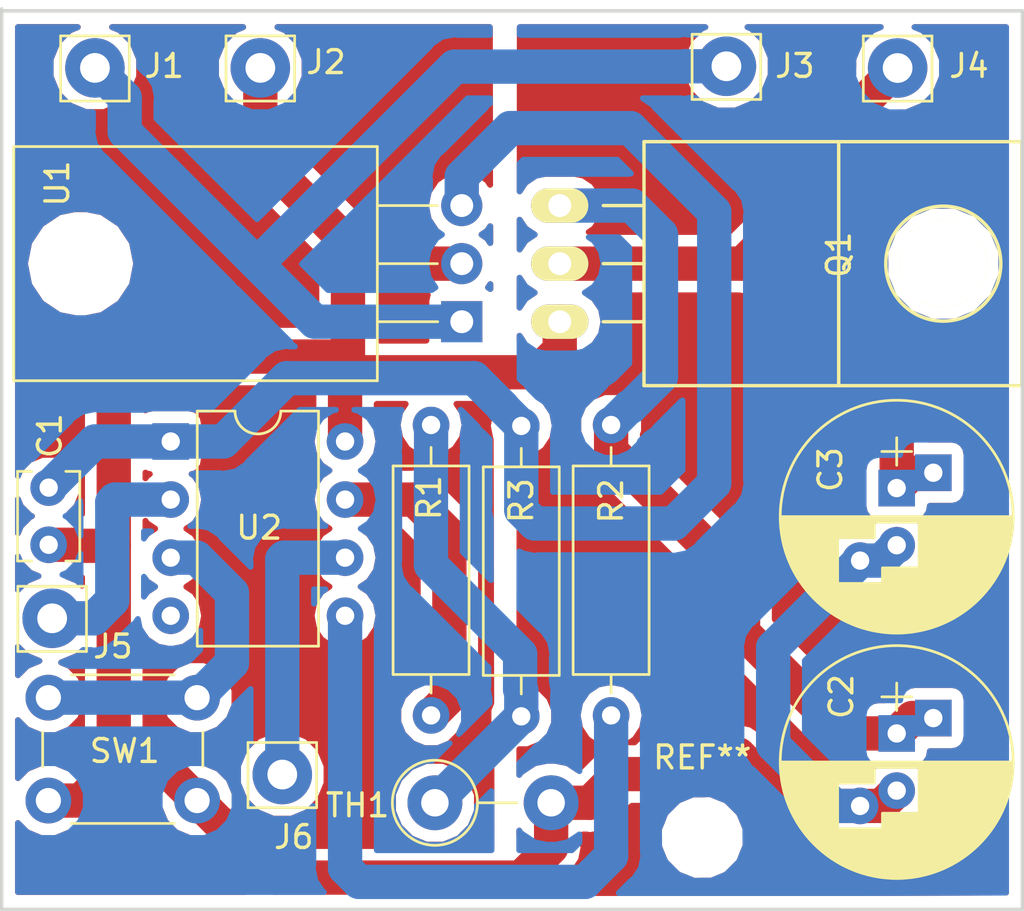
<source format=kicad_pcb>
(kicad_pcb (version 20171130) (host pcbnew "(5.0.0)")

  (general
    (thickness 1.6)
    (drawings 4)
    (tracks 129)
    (zones 0)
    (modules 18)
    (nets 13)
  )

  (page A4)
  (layers
    (0 F.Cu signal)
    (31 B.Cu signal)
    (32 B.Adhes user)
    (33 F.Adhes user)
    (34 B.Paste user)
    (35 F.Paste user)
    (36 B.SilkS user)
    (37 F.SilkS user)
    (38 B.Mask user)
    (39 F.Mask user)
    (40 Dwgs.User user)
    (41 Cmts.User user)
    (42 Eco1.User user)
    (43 Eco2.User user)
    (44 Edge.Cuts user)
    (45 Margin user)
    (46 B.CrtYd user)
    (47 F.CrtYd user)
    (48 B.Fab user)
    (49 F.Fab user)
  )

  (setup
    (last_trace_width 1.5)
    (user_trace_width 0.5)
    (user_trace_width 1)
    (user_trace_width 1.5)
    (user_trace_width 2)
    (trace_clearance 0.2)
    (zone_clearance 0.508)
    (zone_45_only no)
    (trace_min 0.2)
    (segment_width 0.2)
    (edge_width 0.15)
    (via_size 0.8)
    (via_drill 0.4)
    (via_min_size 0.4)
    (via_min_drill 0.3)
    (uvia_size 0.3)
    (uvia_drill 0.1)
    (uvias_allowed no)
    (uvia_min_size 0.2)
    (uvia_min_drill 0.1)
    (pcb_text_width 0.3)
    (pcb_text_size 1.5 1.5)
    (mod_edge_width 0.15)
    (mod_text_size 1 1)
    (mod_text_width 0.15)
    (pad_size 1.524 1.524)
    (pad_drill 0.762)
    (pad_to_mask_clearance 0.2)
    (aux_axis_origin 0 0)
    (visible_elements 7FFFFFFF)
    (pcbplotparams
      (layerselection 0x010fc_ffffffff)
      (usegerberextensions false)
      (usegerberattributes false)
      (usegerberadvancedattributes false)
      (creategerberjobfile false)
      (excludeedgelayer true)
      (linewidth 0.100000)
      (plotframeref false)
      (viasonmask false)
      (mode 1)
      (useauxorigin false)
      (hpglpennumber 1)
      (hpglpenspeed 20)
      (hpglpendiameter 15.000000)
      (psnegative false)
      (psa4output false)
      (plotreference true)
      (plotvalue true)
      (plotinvisibletext false)
      (padsonsilk false)
      (subtractmaskfromsilk false)
      (outputformat 1)
      (mirror false)
      (drillshape 1)
      (scaleselection 1)
      (outputdirectory ""))
  )

  (net 0 "")
  (net 1 GND)
  (net 2 "Net-(C1-Pad1)")
  (net 3 "Net-(C2-Pad1)")
  (net 4 "Net-(C3-Pad1)")
  (net 5 VCC)
  (net 6 "Net-(R1-Pad2)")
  (net 7 "Net-(R1-Pad1)")
  (net 8 "Net-(R2-Pad2)")
  (net 9 "Net-(SW1-Pad2)")
  (net 10 "Net-(U2-Pad4)")
  (net 11 "Net-(J5-Pad1)")
  (net 12 "Net-(J6-Pad1)")

  (net_class Default "This is the default net class."
    (clearance 0.2)
    (trace_width 0.25)
    (via_dia 0.8)
    (via_drill 0.4)
    (uvia_dia 0.3)
    (uvia_drill 0.1)
    (add_net GND)
    (add_net "Net-(C1-Pad1)")
    (add_net "Net-(C2-Pad1)")
    (add_net "Net-(C3-Pad1)")
    (add_net "Net-(J5-Pad1)")
    (add_net "Net-(J6-Pad1)")
    (add_net "Net-(R1-Pad1)")
    (add_net "Net-(R1-Pad2)")
    (add_net "Net-(R2-Pad2)")
    (add_net "Net-(SW1-Pad2)")
    (add_net "Net-(U2-Pad4)")
    (add_net VCC)
  )

  (module Capacitors_THT:C_Disc_D3.8mm_W2.6mm_P2.50mm (layer F.Cu) (tedit 597BC7C2) (tstamp 5B747077)
    (at 49.71288 55.64124 270)
    (descr "C, Disc series, Radial, pin pitch=2.50mm, , diameter*width=3.8*2.6mm^2, Capacitor, http://www.vishay.com/docs/45233/krseries.pdf")
    (tags "C Disc series Radial pin pitch 2.50mm  diameter 3.8mm width 2.6mm Capacitor")
    (path /5B7399A8)
    (fp_text reference C1 (at -2.27076 -0.0508 270) (layer F.SilkS)
      (effects (font (size 1 1) (thickness 0.15)))
    )
    (fp_text value 0.1u (at -3.02768 -1.41732 270) (layer F.Fab)
      (effects (font (size 1 1) (thickness 0.15)))
    )
    (fp_text user %R (at -2.27076 1.21412 90) (layer F.Fab)
      (effects (font (size 1 1) (thickness 0.15)))
    )
    (fp_line (start 3.55 -1.65) (end -1.05 -1.65) (layer F.CrtYd) (width 0.05))
    (fp_line (start 3.55 1.65) (end 3.55 -1.65) (layer F.CrtYd) (width 0.05))
    (fp_line (start -1.05 1.65) (end 3.55 1.65) (layer F.CrtYd) (width 0.05))
    (fp_line (start -1.05 -1.65) (end -1.05 1.65) (layer F.CrtYd) (width 0.05))
    (fp_line (start 3.21 0.75) (end 3.21 1.36) (layer F.SilkS) (width 0.12))
    (fp_line (start 3.21 -1.36) (end 3.21 -0.75) (layer F.SilkS) (width 0.12))
    (fp_line (start -0.71 0.75) (end -0.71 1.36) (layer F.SilkS) (width 0.12))
    (fp_line (start -0.71 -1.36) (end -0.71 -0.75) (layer F.SilkS) (width 0.12))
    (fp_line (start -0.71 1.36) (end 3.21 1.36) (layer F.SilkS) (width 0.12))
    (fp_line (start -0.71 -1.36) (end 3.21 -1.36) (layer F.SilkS) (width 0.12))
    (fp_line (start 3.15 -1.3) (end -0.65 -1.3) (layer F.Fab) (width 0.1))
    (fp_line (start 3.15 1.3) (end 3.15 -1.3) (layer F.Fab) (width 0.1))
    (fp_line (start -0.65 1.3) (end 3.15 1.3) (layer F.Fab) (width 0.1))
    (fp_line (start -0.65 -1.3) (end -0.65 1.3) (layer F.Fab) (width 0.1))
    (pad 2 thru_hole circle (at 2.5 0 270) (size 1.6 1.6) (drill 0.8) (layers *.Cu *.Mask)
      (net 1 GND))
    (pad 1 thru_hole circle (at 0 0 270) (size 1.6 1.6) (drill 0.8) (layers *.Cu *.Mask)
      (net 2 "Net-(C1-Pad1)"))
    (model ${KISYS3DMOD}/Capacitors_THT.3dshapes/C_Disc_D3.8mm_W2.6mm_P2.50mm.wrl
      (at (xyz 0 0 0))
      (scale (xyz 1 1 1))
      (rotate (xyz 0 0 0))
    )
  )

  (module Capacitors_THT:CP_Radial_D10.0mm_P2.50mm_P5.00mm (layer F.Cu) (tedit 597BC7C2) (tstamp 5B742A7F)
    (at 86.77656 66.39052 270)
    (descr "CP, Radial series, Radial, pin pitch=2.50mm 5.00mm, , diameter=10mm, Electrolytic Capacitor")
    (tags "CP Radial series Radial pin pitch 2.50mm 5.00mm  diameter 10mm Electrolytic Capacitor")
    (path /5B739B8C)
    (fp_text reference C2 (at -1.61036 2.41808 270) (layer F.SilkS)
      (effects (font (size 1 1) (thickness 0.15)))
    )
    (fp_text value 1u (at -3.048 4.55676 270) (layer F.Fab)
      (effects (font (size 1 1) (thickness 0.15)))
    )
    (fp_text user %R (at 1.25 0 270) (layer F.Fab)
      (effects (font (size 1 1) (thickness 0.15)))
    )
    (fp_line (start 6.6 -5.35) (end -4.1 -5.35) (layer F.CrtYd) (width 0.05))
    (fp_line (start 6.6 5.35) (end 6.6 -5.35) (layer F.CrtYd) (width 0.05))
    (fp_line (start -4.1 5.35) (end 6.6 5.35) (layer F.CrtYd) (width 0.05))
    (fp_line (start -4.1 -5.35) (end -4.1 5.35) (layer F.CrtYd) (width 0.05))
    (fp_line (start -1.6 -0.65) (end -1.6 0.65) (layer F.SilkS) (width 0.12))
    (fp_line (start -2.2 0) (end -1 0) (layer F.SilkS) (width 0.12))
    (fp_line (start 6.331 -0.279) (end 6.331 0.279) (layer F.SilkS) (width 0.12))
    (fp_line (start 6.291 -0.672) (end 6.291 0.672) (layer F.SilkS) (width 0.12))
    (fp_line (start 6.251 -0.913) (end 6.251 0.913) (layer F.SilkS) (width 0.12))
    (fp_line (start 6.211 -1.104) (end 6.211 1.104) (layer F.SilkS) (width 0.12))
    (fp_line (start 6.171 -1.265) (end 6.171 1.265) (layer F.SilkS) (width 0.12))
    (fp_line (start 6.131 -1.407) (end 6.131 1.407) (layer F.SilkS) (width 0.12))
    (fp_line (start 6.091 -1.536) (end 6.091 1.536) (layer F.SilkS) (width 0.12))
    (fp_line (start 6.051 -1.654) (end 6.051 1.654) (layer F.SilkS) (width 0.12))
    (fp_line (start 6.011 -1.763) (end 6.011 1.763) (layer F.SilkS) (width 0.12))
    (fp_line (start 5.971 -1.866) (end 5.971 1.866) (layer F.SilkS) (width 0.12))
    (fp_line (start 5.931 -1.962) (end 5.931 1.962) (layer F.SilkS) (width 0.12))
    (fp_line (start 5.891 -2.053) (end 5.891 2.053) (layer F.SilkS) (width 0.12))
    (fp_line (start 5.851 -2.14) (end 5.851 2.14) (layer F.SilkS) (width 0.12))
    (fp_line (start 5.811 -2.222) (end 5.811 2.222) (layer F.SilkS) (width 0.12))
    (fp_line (start 5.771 -2.301) (end 5.771 2.301) (layer F.SilkS) (width 0.12))
    (fp_line (start 5.731 -2.377) (end 5.731 2.377) (layer F.SilkS) (width 0.12))
    (fp_line (start 5.691 -2.449) (end 5.691 2.449) (layer F.SilkS) (width 0.12))
    (fp_line (start 5.651 -2.519) (end 5.651 2.519) (layer F.SilkS) (width 0.12))
    (fp_line (start 5.611 -2.587) (end 5.611 2.587) (layer F.SilkS) (width 0.12))
    (fp_line (start 5.571 -2.652) (end 5.571 2.652) (layer F.SilkS) (width 0.12))
    (fp_line (start 5.531 -2.715) (end 5.531 2.715) (layer F.SilkS) (width 0.12))
    (fp_line (start 5.491 -2.777) (end 5.491 2.777) (layer F.SilkS) (width 0.12))
    (fp_line (start 5.451 -2.836) (end 5.451 2.836) (layer F.SilkS) (width 0.12))
    (fp_line (start 5.411 -2.894) (end 5.411 2.894) (layer F.SilkS) (width 0.12))
    (fp_line (start 5.371 -2.949) (end 5.371 2.949) (layer F.SilkS) (width 0.12))
    (fp_line (start 5.331 -3.004) (end 5.331 3.004) (layer F.SilkS) (width 0.12))
    (fp_line (start 5.291 -3.057) (end 5.291 3.057) (layer F.SilkS) (width 0.12))
    (fp_line (start 5.251 -3.108) (end 5.251 3.108) (layer F.SilkS) (width 0.12))
    (fp_line (start 5.211 -3.158) (end 5.211 3.158) (layer F.SilkS) (width 0.12))
    (fp_line (start 5.171 -3.207) (end 5.171 3.207) (layer F.SilkS) (width 0.12))
    (fp_line (start 5.131 -3.255) (end 5.131 3.255) (layer F.SilkS) (width 0.12))
    (fp_line (start 5.091 -3.302) (end 5.091 3.302) (layer F.SilkS) (width 0.12))
    (fp_line (start 5.051 -3.347) (end 5.051 3.347) (layer F.SilkS) (width 0.12))
    (fp_line (start 5.011 -3.391) (end 5.011 3.391) (layer F.SilkS) (width 0.12))
    (fp_line (start 4.971 -3.435) (end 4.971 3.435) (layer F.SilkS) (width 0.12))
    (fp_line (start 4.931 -3.477) (end 4.931 3.477) (layer F.SilkS) (width 0.12))
    (fp_line (start 4.891 -3.518) (end 4.891 3.518) (layer F.SilkS) (width 0.12))
    (fp_line (start 4.851 -3.559) (end 4.851 3.559) (layer F.SilkS) (width 0.12))
    (fp_line (start 4.811 -3.598) (end 4.811 3.598) (layer F.SilkS) (width 0.12))
    (fp_line (start 4.771 -3.637) (end 4.771 3.637) (layer F.SilkS) (width 0.12))
    (fp_line (start 4.731 -3.675) (end 4.731 3.675) (layer F.SilkS) (width 0.12))
    (fp_line (start 4.691 -3.712) (end 4.691 3.712) (layer F.SilkS) (width 0.12))
    (fp_line (start 4.651 -3.748) (end 4.651 3.748) (layer F.SilkS) (width 0.12))
    (fp_line (start 4.611 -3.784) (end 4.611 3.784) (layer F.SilkS) (width 0.12))
    (fp_line (start 4.571 -3.819) (end 4.571 3.819) (layer F.SilkS) (width 0.12))
    (fp_line (start 4.531 -3.853) (end 4.531 3.853) (layer F.SilkS) (width 0.12))
    (fp_line (start 4.491 -3.886) (end 4.491 3.886) (layer F.SilkS) (width 0.12))
    (fp_line (start 4.451 -3.919) (end 4.451 3.919) (layer F.SilkS) (width 0.12))
    (fp_line (start 4.411 -3.951) (end 4.411 3.951) (layer F.SilkS) (width 0.12))
    (fp_line (start 4.371 -3.982) (end 4.371 3.982) (layer F.SilkS) (width 0.12))
    (fp_line (start 4.331 -4.013) (end 4.331 4.013) (layer F.SilkS) (width 0.12))
    (fp_line (start 4.291 -4.043) (end 4.291 4.043) (layer F.SilkS) (width 0.12))
    (fp_line (start 4.251 -4.072) (end 4.251 4.072) (layer F.SilkS) (width 0.12))
    (fp_line (start 4.211 -4.101) (end 4.211 4.101) (layer F.SilkS) (width 0.12))
    (fp_line (start 4.171 -4.13) (end 4.171 4.13) (layer F.SilkS) (width 0.12))
    (fp_line (start 4.131 2.58) (end 4.131 4.157) (layer F.SilkS) (width 0.12))
    (fp_line (start 4.131 -4.157) (end 4.131 0.621) (layer F.SilkS) (width 0.12))
    (fp_line (start 4.091 2.58) (end 4.091 4.185) (layer F.SilkS) (width 0.12))
    (fp_line (start 4.091 -4.185) (end 4.091 0.621) (layer F.SilkS) (width 0.12))
    (fp_line (start 4.051 2.58) (end 4.051 4.211) (layer F.SilkS) (width 0.12))
    (fp_line (start 4.051 -4.211) (end 4.051 0.621) (layer F.SilkS) (width 0.12))
    (fp_line (start 4.011 2.58) (end 4.011 4.237) (layer F.SilkS) (width 0.12))
    (fp_line (start 4.011 -4.237) (end 4.011 0.621) (layer F.SilkS) (width 0.12))
    (fp_line (start 3.971 2.58) (end 3.971 4.263) (layer F.SilkS) (width 0.12))
    (fp_line (start 3.971 -4.263) (end 3.971 0.621) (layer F.SilkS) (width 0.12))
    (fp_line (start 3.931 2.58) (end 3.931 4.288) (layer F.SilkS) (width 0.12))
    (fp_line (start 3.931 -4.288) (end 3.931 0.621) (layer F.SilkS) (width 0.12))
    (fp_line (start 3.891 2.58) (end 3.891 4.312) (layer F.SilkS) (width 0.12))
    (fp_line (start 3.891 -4.312) (end 3.891 0.621) (layer F.SilkS) (width 0.12))
    (fp_line (start 3.851 2.58) (end 3.851 4.336) (layer F.SilkS) (width 0.12))
    (fp_line (start 3.851 -4.336) (end 3.851 0.621) (layer F.SilkS) (width 0.12))
    (fp_line (start 3.811 2.58) (end 3.811 4.36) (layer F.SilkS) (width 0.12))
    (fp_line (start 3.811 -4.36) (end 3.811 0.621) (layer F.SilkS) (width 0.12))
    (fp_line (start 3.771 2.58) (end 3.771 4.383) (layer F.SilkS) (width 0.12))
    (fp_line (start 3.771 -4.383) (end 3.771 0.621) (layer F.SilkS) (width 0.12))
    (fp_line (start 3.731 2.58) (end 3.731 4.405) (layer F.SilkS) (width 0.12))
    (fp_line (start 3.731 -4.405) (end 3.731 0.621) (layer F.SilkS) (width 0.12))
    (fp_line (start 3.691 2.58) (end 3.691 4.428) (layer F.SilkS) (width 0.12))
    (fp_line (start 3.691 -4.428) (end 3.691 0.621) (layer F.SilkS) (width 0.12))
    (fp_line (start 3.651 2.58) (end 3.651 4.449) (layer F.SilkS) (width 0.12))
    (fp_line (start 3.651 -4.449) (end 3.651 0.621) (layer F.SilkS) (width 0.12))
    (fp_line (start 3.611 2.58) (end 3.611 4.47) (layer F.SilkS) (width 0.12))
    (fp_line (start 3.611 -4.47) (end 3.611 0.621) (layer F.SilkS) (width 0.12))
    (fp_line (start 3.571 2.58) (end 3.571 4.491) (layer F.SilkS) (width 0.12))
    (fp_line (start 3.571 -4.491) (end 3.571 0.621) (layer F.SilkS) (width 0.12))
    (fp_line (start 3.531 2.58) (end 3.531 4.511) (layer F.SilkS) (width 0.12))
    (fp_line (start 3.531 -4.511) (end 3.531 0.621) (layer F.SilkS) (width 0.12))
    (fp_line (start 3.491 2.58) (end 3.491 4.531) (layer F.SilkS) (width 0.12))
    (fp_line (start 3.491 -4.531) (end 3.491 0.621) (layer F.SilkS) (width 0.12))
    (fp_line (start 3.451 2.58) (end 3.451 4.55) (layer F.SilkS) (width 0.12))
    (fp_line (start 3.451 -4.55) (end 3.451 -0.98) (layer F.SilkS) (width 0.12))
    (fp_line (start 3.411 2.58) (end 3.411 4.569) (layer F.SilkS) (width 0.12))
    (fp_line (start 3.411 -4.569) (end 3.411 -0.98) (layer F.SilkS) (width 0.12))
    (fp_line (start 3.371 2.58) (end 3.371 4.588) (layer F.SilkS) (width 0.12))
    (fp_line (start 3.371 -4.588) (end 3.371 -0.98) (layer F.SilkS) (width 0.12))
    (fp_line (start 3.331 2.58) (end 3.331 4.606) (layer F.SilkS) (width 0.12))
    (fp_line (start 3.331 -4.606) (end 3.331 -0.98) (layer F.SilkS) (width 0.12))
    (fp_line (start 3.291 2.58) (end 3.291 4.624) (layer F.SilkS) (width 0.12))
    (fp_line (start 3.291 -4.624) (end 3.291 -0.98) (layer F.SilkS) (width 0.12))
    (fp_line (start 3.251 2.58) (end 3.251 4.641) (layer F.SilkS) (width 0.12))
    (fp_line (start 3.251 -4.641) (end 3.251 -0.98) (layer F.SilkS) (width 0.12))
    (fp_line (start 3.211 2.58) (end 3.211 4.658) (layer F.SilkS) (width 0.12))
    (fp_line (start 3.211 -4.658) (end 3.211 -0.98) (layer F.SilkS) (width 0.12))
    (fp_line (start 3.171 2.58) (end 3.171 4.674) (layer F.SilkS) (width 0.12))
    (fp_line (start 3.171 -4.674) (end 3.171 -0.98) (layer F.SilkS) (width 0.12))
    (fp_line (start 3.131 2.58) (end 3.131 4.691) (layer F.SilkS) (width 0.12))
    (fp_line (start 3.131 -4.691) (end 3.131 -0.98) (layer F.SilkS) (width 0.12))
    (fp_line (start 3.091 2.58) (end 3.091 4.706) (layer F.SilkS) (width 0.12))
    (fp_line (start 3.091 -4.706) (end 3.091 -0.98) (layer F.SilkS) (width 0.12))
    (fp_line (start 3.051 2.58) (end 3.051 4.722) (layer F.SilkS) (width 0.12))
    (fp_line (start 3.051 -4.722) (end 3.051 -0.98) (layer F.SilkS) (width 0.12))
    (fp_line (start 3.011 2.58) (end 3.011 4.737) (layer F.SilkS) (width 0.12))
    (fp_line (start 3.011 -4.737) (end 3.011 -0.98) (layer F.SilkS) (width 0.12))
    (fp_line (start 2.971 2.58) (end 2.971 4.751) (layer F.SilkS) (width 0.12))
    (fp_line (start 2.971 -4.751) (end 2.971 -0.98) (layer F.SilkS) (width 0.12))
    (fp_line (start 2.931 2.58) (end 2.931 4.765) (layer F.SilkS) (width 0.12))
    (fp_line (start 2.931 -4.765) (end 2.931 -0.98) (layer F.SilkS) (width 0.12))
    (fp_line (start 2.891 2.58) (end 2.891 4.779) (layer F.SilkS) (width 0.12))
    (fp_line (start 2.891 -4.779) (end 2.891 -0.98) (layer F.SilkS) (width 0.12))
    (fp_line (start 2.851 2.58) (end 2.851 4.792) (layer F.SilkS) (width 0.12))
    (fp_line (start 2.851 -4.792) (end 2.851 -0.98) (layer F.SilkS) (width 0.12))
    (fp_line (start 2.811 2.58) (end 2.811 4.806) (layer F.SilkS) (width 0.12))
    (fp_line (start 2.811 -4.806) (end 2.811 -0.98) (layer F.SilkS) (width 0.12))
    (fp_line (start 2.771 2.58) (end 2.771 4.818) (layer F.SilkS) (width 0.12))
    (fp_line (start 2.771 -4.818) (end 2.771 -0.98) (layer F.SilkS) (width 0.12))
    (fp_line (start 2.731 2.58) (end 2.731 4.831) (layer F.SilkS) (width 0.12))
    (fp_line (start 2.731 -4.831) (end 2.731 -0.98) (layer F.SilkS) (width 0.12))
    (fp_line (start 2.691 2.58) (end 2.691 4.843) (layer F.SilkS) (width 0.12))
    (fp_line (start 2.691 -4.843) (end 2.691 -0.98) (layer F.SilkS) (width 0.12))
    (fp_line (start 2.651 2.58) (end 2.651 4.854) (layer F.SilkS) (width 0.12))
    (fp_line (start 2.651 -4.854) (end 2.651 -0.98) (layer F.SilkS) (width 0.12))
    (fp_line (start 2.611 2.58) (end 2.611 4.865) (layer F.SilkS) (width 0.12))
    (fp_line (start 2.611 -4.865) (end 2.611 -0.98) (layer F.SilkS) (width 0.12))
    (fp_line (start 2.571 2.58) (end 2.571 4.876) (layer F.SilkS) (width 0.12))
    (fp_line (start 2.571 -4.876) (end 2.571 -0.98) (layer F.SilkS) (width 0.12))
    (fp_line (start 2.531 2.58) (end 2.531 4.887) (layer F.SilkS) (width 0.12))
    (fp_line (start 2.531 -4.887) (end 2.531 -0.98) (layer F.SilkS) (width 0.12))
    (fp_line (start 2.491 2.58) (end 2.491 4.897) (layer F.SilkS) (width 0.12))
    (fp_line (start 2.491 -4.897) (end 2.491 -0.98) (layer F.SilkS) (width 0.12))
    (fp_line (start 2.451 2.58) (end 2.451 4.907) (layer F.SilkS) (width 0.12))
    (fp_line (start 2.451 -4.907) (end 2.451 -0.98) (layer F.SilkS) (width 0.12))
    (fp_line (start 2.411 2.58) (end 2.411 4.917) (layer F.SilkS) (width 0.12))
    (fp_line (start 2.411 -4.917) (end 2.411 -0.98) (layer F.SilkS) (width 0.12))
    (fp_line (start 2.371 2.58) (end 2.371 4.926) (layer F.SilkS) (width 0.12))
    (fp_line (start 2.371 -4.926) (end 2.371 -0.98) (layer F.SilkS) (width 0.12))
    (fp_line (start 2.331 2.58) (end 2.331 4.935) (layer F.SilkS) (width 0.12))
    (fp_line (start 2.331 -4.935) (end 2.331 -0.98) (layer F.SilkS) (width 0.12))
    (fp_line (start 2.291 2.58) (end 2.291 4.943) (layer F.SilkS) (width 0.12))
    (fp_line (start 2.291 -4.943) (end 2.291 -0.98) (layer F.SilkS) (width 0.12))
    (fp_line (start 2.251 2.58) (end 2.251 4.951) (layer F.SilkS) (width 0.12))
    (fp_line (start 2.251 -4.951) (end 2.251 -0.98) (layer F.SilkS) (width 0.12))
    (fp_line (start 2.211 2.58) (end 2.211 4.959) (layer F.SilkS) (width 0.12))
    (fp_line (start 2.211 -4.959) (end 2.211 -0.98) (layer F.SilkS) (width 0.12))
    (fp_line (start 2.171 0.98) (end 2.171 4.967) (layer F.SilkS) (width 0.12))
    (fp_line (start 2.171 -4.967) (end 2.171 -0.98) (layer F.SilkS) (width 0.12))
    (fp_line (start 2.131 0.98) (end 2.131 4.974) (layer F.SilkS) (width 0.12))
    (fp_line (start 2.131 -4.974) (end 2.131 -0.98) (layer F.SilkS) (width 0.12))
    (fp_line (start 2.091 0.98) (end 2.091 4.981) (layer F.SilkS) (width 0.12))
    (fp_line (start 2.091 -4.981) (end 2.091 -0.98) (layer F.SilkS) (width 0.12))
    (fp_line (start 2.051 0.98) (end 2.051 4.987) (layer F.SilkS) (width 0.12))
    (fp_line (start 2.051 -4.987) (end 2.051 -0.98) (layer F.SilkS) (width 0.12))
    (fp_line (start 2.011 0.98) (end 2.011 4.993) (layer F.SilkS) (width 0.12))
    (fp_line (start 2.011 -4.993) (end 2.011 -0.98) (layer F.SilkS) (width 0.12))
    (fp_line (start 1.971 0.98) (end 1.971 4.999) (layer F.SilkS) (width 0.12))
    (fp_line (start 1.971 -4.999) (end 1.971 -0.98) (layer F.SilkS) (width 0.12))
    (fp_line (start 1.93 0.98) (end 1.93 5.005) (layer F.SilkS) (width 0.12))
    (fp_line (start 1.93 -5.005) (end 1.93 -0.98) (layer F.SilkS) (width 0.12))
    (fp_line (start 1.89 0.98) (end 1.89 5.01) (layer F.SilkS) (width 0.12))
    (fp_line (start 1.89 -5.01) (end 1.89 -0.98) (layer F.SilkS) (width 0.12))
    (fp_line (start 1.85 0.98) (end 1.85 5.015) (layer F.SilkS) (width 0.12))
    (fp_line (start 1.85 -5.015) (end 1.85 -0.98) (layer F.SilkS) (width 0.12))
    (fp_line (start 1.81 0.98) (end 1.81 5.02) (layer F.SilkS) (width 0.12))
    (fp_line (start 1.81 -5.02) (end 1.81 -0.98) (layer F.SilkS) (width 0.12))
    (fp_line (start 1.77 0.98) (end 1.77 5.024) (layer F.SilkS) (width 0.12))
    (fp_line (start 1.77 -5.024) (end 1.77 -0.98) (layer F.SilkS) (width 0.12))
    (fp_line (start 1.73 0.98) (end 1.73 5.028) (layer F.SilkS) (width 0.12))
    (fp_line (start 1.73 -5.028) (end 1.73 -0.98) (layer F.SilkS) (width 0.12))
    (fp_line (start 1.69 0.98) (end 1.69 5.031) (layer F.SilkS) (width 0.12))
    (fp_line (start 1.69 -5.031) (end 1.69 -0.98) (layer F.SilkS) (width 0.12))
    (fp_line (start 1.65 0.98) (end 1.65 5.035) (layer F.SilkS) (width 0.12))
    (fp_line (start 1.65 -5.035) (end 1.65 -0.98) (layer F.SilkS) (width 0.12))
    (fp_line (start 1.61 0.98) (end 1.61 5.038) (layer F.SilkS) (width 0.12))
    (fp_line (start 1.61 -5.038) (end 1.61 -0.98) (layer F.SilkS) (width 0.12))
    (fp_line (start 1.57 0.98) (end 1.57 5.04) (layer F.SilkS) (width 0.12))
    (fp_line (start 1.57 -5.04) (end 1.57 -0.98) (layer F.SilkS) (width 0.12))
    (fp_line (start 1.53 0.98) (end 1.53 5.043) (layer F.SilkS) (width 0.12))
    (fp_line (start 1.53 -5.043) (end 1.53 -0.98) (layer F.SilkS) (width 0.12))
    (fp_line (start 1.49 -5.045) (end 1.49 5.045) (layer F.SilkS) (width 0.12))
    (fp_line (start 1.45 -5.047) (end 1.45 5.047) (layer F.SilkS) (width 0.12))
    (fp_line (start 1.41 -5.048) (end 1.41 5.048) (layer F.SilkS) (width 0.12))
    (fp_line (start 1.37 -5.049) (end 1.37 5.049) (layer F.SilkS) (width 0.12))
    (fp_line (start 1.33 -5.05) (end 1.33 5.05) (layer F.SilkS) (width 0.12))
    (fp_line (start 1.29 -5.05) (end 1.29 5.05) (layer F.SilkS) (width 0.12))
    (fp_line (start 1.25 -5.05) (end 1.25 5.05) (layer F.SilkS) (width 0.12))
    (fp_line (start -1.6 -0.65) (end -1.6 0.65) (layer F.Fab) (width 0.1))
    (fp_line (start -2.2 0) (end -1 0) (layer F.Fab) (width 0.1))
    (fp_circle (center 1.25 0) (end 6.34 0) (layer F.SilkS) (width 0.12))
    (fp_circle (center 1.25 0) (end 6.25 0) (layer F.Fab) (width 0.1))
    (pad 2 thru_hole circle (at 3.170937 1.6 270) (size 1.6 1.6) (drill 0.8) (layers *.Cu *.Mask)
      (net 1 GND))
    (pad 1 thru_hole rect (at -0.670937 -1.6 270) (size 1.6 1.6) (drill 0.8) (layers *.Cu *.Mask)
      (net 3 "Net-(C2-Pad1)"))
    (pad 2 thru_hole circle (at 2.5 0 270) (size 1.6 1.6) (drill 0.8) (layers *.Cu *.Mask)
      (net 1 GND))
    (pad 1 thru_hole rect (at 0 0 270) (size 1.6 1.6) (drill 0.8) (layers *.Cu *.Mask)
      (net 3 "Net-(C2-Pad1)"))
    (model ${KISYS3DMOD}/Capacitors_THT.3dshapes/CP_Radial_D10.0mm_P2.50mm_P5.00mm.wrl
      (at (xyz 0 0 0))
      (scale (xyz 1 1 1))
      (rotate (xyz 0 0 0))
    )
  )

  (module Capacitors_THT:CP_Radial_D10.0mm_P2.50mm_P5.00mm (layer F.Cu) (tedit 597BC7C2) (tstamp 5B742B54)
    (at 86.77656 55.66156 270)
    (descr "CP, Radial series, Radial, pin pitch=2.50mm 5.00mm, , diameter=10mm, Electrolytic Capacitor")
    (tags "CP Radial series Radial pin pitch 2.50mm 5.00mm  diameter 10mm Electrolytic Capacitor")
    (path /5B739C1B)
    (fp_text reference C3 (at -0.80772 2.90068 270) (layer F.SilkS)
      (effects (font (size 1 1) (thickness 0.15)))
    )
    (fp_text value 1u (at -2.63144 4.40436 270) (layer F.Fab)
      (effects (font (size 1 1) (thickness 0.15)))
    )
    (fp_circle (center 1.25 0) (end 6.25 0) (layer F.Fab) (width 0.1))
    (fp_circle (center 1.25 0) (end 6.34 0) (layer F.SilkS) (width 0.12))
    (fp_line (start -2.2 0) (end -1 0) (layer F.Fab) (width 0.1))
    (fp_line (start -1.6 -0.65) (end -1.6 0.65) (layer F.Fab) (width 0.1))
    (fp_line (start 1.25 -5.05) (end 1.25 5.05) (layer F.SilkS) (width 0.12))
    (fp_line (start 1.29 -5.05) (end 1.29 5.05) (layer F.SilkS) (width 0.12))
    (fp_line (start 1.33 -5.05) (end 1.33 5.05) (layer F.SilkS) (width 0.12))
    (fp_line (start 1.37 -5.049) (end 1.37 5.049) (layer F.SilkS) (width 0.12))
    (fp_line (start 1.41 -5.048) (end 1.41 5.048) (layer F.SilkS) (width 0.12))
    (fp_line (start 1.45 -5.047) (end 1.45 5.047) (layer F.SilkS) (width 0.12))
    (fp_line (start 1.49 -5.045) (end 1.49 5.045) (layer F.SilkS) (width 0.12))
    (fp_line (start 1.53 -5.043) (end 1.53 -0.98) (layer F.SilkS) (width 0.12))
    (fp_line (start 1.53 0.98) (end 1.53 5.043) (layer F.SilkS) (width 0.12))
    (fp_line (start 1.57 -5.04) (end 1.57 -0.98) (layer F.SilkS) (width 0.12))
    (fp_line (start 1.57 0.98) (end 1.57 5.04) (layer F.SilkS) (width 0.12))
    (fp_line (start 1.61 -5.038) (end 1.61 -0.98) (layer F.SilkS) (width 0.12))
    (fp_line (start 1.61 0.98) (end 1.61 5.038) (layer F.SilkS) (width 0.12))
    (fp_line (start 1.65 -5.035) (end 1.65 -0.98) (layer F.SilkS) (width 0.12))
    (fp_line (start 1.65 0.98) (end 1.65 5.035) (layer F.SilkS) (width 0.12))
    (fp_line (start 1.69 -5.031) (end 1.69 -0.98) (layer F.SilkS) (width 0.12))
    (fp_line (start 1.69 0.98) (end 1.69 5.031) (layer F.SilkS) (width 0.12))
    (fp_line (start 1.73 -5.028) (end 1.73 -0.98) (layer F.SilkS) (width 0.12))
    (fp_line (start 1.73 0.98) (end 1.73 5.028) (layer F.SilkS) (width 0.12))
    (fp_line (start 1.77 -5.024) (end 1.77 -0.98) (layer F.SilkS) (width 0.12))
    (fp_line (start 1.77 0.98) (end 1.77 5.024) (layer F.SilkS) (width 0.12))
    (fp_line (start 1.81 -5.02) (end 1.81 -0.98) (layer F.SilkS) (width 0.12))
    (fp_line (start 1.81 0.98) (end 1.81 5.02) (layer F.SilkS) (width 0.12))
    (fp_line (start 1.85 -5.015) (end 1.85 -0.98) (layer F.SilkS) (width 0.12))
    (fp_line (start 1.85 0.98) (end 1.85 5.015) (layer F.SilkS) (width 0.12))
    (fp_line (start 1.89 -5.01) (end 1.89 -0.98) (layer F.SilkS) (width 0.12))
    (fp_line (start 1.89 0.98) (end 1.89 5.01) (layer F.SilkS) (width 0.12))
    (fp_line (start 1.93 -5.005) (end 1.93 -0.98) (layer F.SilkS) (width 0.12))
    (fp_line (start 1.93 0.98) (end 1.93 5.005) (layer F.SilkS) (width 0.12))
    (fp_line (start 1.971 -4.999) (end 1.971 -0.98) (layer F.SilkS) (width 0.12))
    (fp_line (start 1.971 0.98) (end 1.971 4.999) (layer F.SilkS) (width 0.12))
    (fp_line (start 2.011 -4.993) (end 2.011 -0.98) (layer F.SilkS) (width 0.12))
    (fp_line (start 2.011 0.98) (end 2.011 4.993) (layer F.SilkS) (width 0.12))
    (fp_line (start 2.051 -4.987) (end 2.051 -0.98) (layer F.SilkS) (width 0.12))
    (fp_line (start 2.051 0.98) (end 2.051 4.987) (layer F.SilkS) (width 0.12))
    (fp_line (start 2.091 -4.981) (end 2.091 -0.98) (layer F.SilkS) (width 0.12))
    (fp_line (start 2.091 0.98) (end 2.091 4.981) (layer F.SilkS) (width 0.12))
    (fp_line (start 2.131 -4.974) (end 2.131 -0.98) (layer F.SilkS) (width 0.12))
    (fp_line (start 2.131 0.98) (end 2.131 4.974) (layer F.SilkS) (width 0.12))
    (fp_line (start 2.171 -4.967) (end 2.171 -0.98) (layer F.SilkS) (width 0.12))
    (fp_line (start 2.171 0.98) (end 2.171 4.967) (layer F.SilkS) (width 0.12))
    (fp_line (start 2.211 -4.959) (end 2.211 -0.98) (layer F.SilkS) (width 0.12))
    (fp_line (start 2.211 2.58) (end 2.211 4.959) (layer F.SilkS) (width 0.12))
    (fp_line (start 2.251 -4.951) (end 2.251 -0.98) (layer F.SilkS) (width 0.12))
    (fp_line (start 2.251 2.58) (end 2.251 4.951) (layer F.SilkS) (width 0.12))
    (fp_line (start 2.291 -4.943) (end 2.291 -0.98) (layer F.SilkS) (width 0.12))
    (fp_line (start 2.291 2.58) (end 2.291 4.943) (layer F.SilkS) (width 0.12))
    (fp_line (start 2.331 -4.935) (end 2.331 -0.98) (layer F.SilkS) (width 0.12))
    (fp_line (start 2.331 2.58) (end 2.331 4.935) (layer F.SilkS) (width 0.12))
    (fp_line (start 2.371 -4.926) (end 2.371 -0.98) (layer F.SilkS) (width 0.12))
    (fp_line (start 2.371 2.58) (end 2.371 4.926) (layer F.SilkS) (width 0.12))
    (fp_line (start 2.411 -4.917) (end 2.411 -0.98) (layer F.SilkS) (width 0.12))
    (fp_line (start 2.411 2.58) (end 2.411 4.917) (layer F.SilkS) (width 0.12))
    (fp_line (start 2.451 -4.907) (end 2.451 -0.98) (layer F.SilkS) (width 0.12))
    (fp_line (start 2.451 2.58) (end 2.451 4.907) (layer F.SilkS) (width 0.12))
    (fp_line (start 2.491 -4.897) (end 2.491 -0.98) (layer F.SilkS) (width 0.12))
    (fp_line (start 2.491 2.58) (end 2.491 4.897) (layer F.SilkS) (width 0.12))
    (fp_line (start 2.531 -4.887) (end 2.531 -0.98) (layer F.SilkS) (width 0.12))
    (fp_line (start 2.531 2.58) (end 2.531 4.887) (layer F.SilkS) (width 0.12))
    (fp_line (start 2.571 -4.876) (end 2.571 -0.98) (layer F.SilkS) (width 0.12))
    (fp_line (start 2.571 2.58) (end 2.571 4.876) (layer F.SilkS) (width 0.12))
    (fp_line (start 2.611 -4.865) (end 2.611 -0.98) (layer F.SilkS) (width 0.12))
    (fp_line (start 2.611 2.58) (end 2.611 4.865) (layer F.SilkS) (width 0.12))
    (fp_line (start 2.651 -4.854) (end 2.651 -0.98) (layer F.SilkS) (width 0.12))
    (fp_line (start 2.651 2.58) (end 2.651 4.854) (layer F.SilkS) (width 0.12))
    (fp_line (start 2.691 -4.843) (end 2.691 -0.98) (layer F.SilkS) (width 0.12))
    (fp_line (start 2.691 2.58) (end 2.691 4.843) (layer F.SilkS) (width 0.12))
    (fp_line (start 2.731 -4.831) (end 2.731 -0.98) (layer F.SilkS) (width 0.12))
    (fp_line (start 2.731 2.58) (end 2.731 4.831) (layer F.SilkS) (width 0.12))
    (fp_line (start 2.771 -4.818) (end 2.771 -0.98) (layer F.SilkS) (width 0.12))
    (fp_line (start 2.771 2.58) (end 2.771 4.818) (layer F.SilkS) (width 0.12))
    (fp_line (start 2.811 -4.806) (end 2.811 -0.98) (layer F.SilkS) (width 0.12))
    (fp_line (start 2.811 2.58) (end 2.811 4.806) (layer F.SilkS) (width 0.12))
    (fp_line (start 2.851 -4.792) (end 2.851 -0.98) (layer F.SilkS) (width 0.12))
    (fp_line (start 2.851 2.58) (end 2.851 4.792) (layer F.SilkS) (width 0.12))
    (fp_line (start 2.891 -4.779) (end 2.891 -0.98) (layer F.SilkS) (width 0.12))
    (fp_line (start 2.891 2.58) (end 2.891 4.779) (layer F.SilkS) (width 0.12))
    (fp_line (start 2.931 -4.765) (end 2.931 -0.98) (layer F.SilkS) (width 0.12))
    (fp_line (start 2.931 2.58) (end 2.931 4.765) (layer F.SilkS) (width 0.12))
    (fp_line (start 2.971 -4.751) (end 2.971 -0.98) (layer F.SilkS) (width 0.12))
    (fp_line (start 2.971 2.58) (end 2.971 4.751) (layer F.SilkS) (width 0.12))
    (fp_line (start 3.011 -4.737) (end 3.011 -0.98) (layer F.SilkS) (width 0.12))
    (fp_line (start 3.011 2.58) (end 3.011 4.737) (layer F.SilkS) (width 0.12))
    (fp_line (start 3.051 -4.722) (end 3.051 -0.98) (layer F.SilkS) (width 0.12))
    (fp_line (start 3.051 2.58) (end 3.051 4.722) (layer F.SilkS) (width 0.12))
    (fp_line (start 3.091 -4.706) (end 3.091 -0.98) (layer F.SilkS) (width 0.12))
    (fp_line (start 3.091 2.58) (end 3.091 4.706) (layer F.SilkS) (width 0.12))
    (fp_line (start 3.131 -4.691) (end 3.131 -0.98) (layer F.SilkS) (width 0.12))
    (fp_line (start 3.131 2.58) (end 3.131 4.691) (layer F.SilkS) (width 0.12))
    (fp_line (start 3.171 -4.674) (end 3.171 -0.98) (layer F.SilkS) (width 0.12))
    (fp_line (start 3.171 2.58) (end 3.171 4.674) (layer F.SilkS) (width 0.12))
    (fp_line (start 3.211 -4.658) (end 3.211 -0.98) (layer F.SilkS) (width 0.12))
    (fp_line (start 3.211 2.58) (end 3.211 4.658) (layer F.SilkS) (width 0.12))
    (fp_line (start 3.251 -4.641) (end 3.251 -0.98) (layer F.SilkS) (width 0.12))
    (fp_line (start 3.251 2.58) (end 3.251 4.641) (layer F.SilkS) (width 0.12))
    (fp_line (start 3.291 -4.624) (end 3.291 -0.98) (layer F.SilkS) (width 0.12))
    (fp_line (start 3.291 2.58) (end 3.291 4.624) (layer F.SilkS) (width 0.12))
    (fp_line (start 3.331 -4.606) (end 3.331 -0.98) (layer F.SilkS) (width 0.12))
    (fp_line (start 3.331 2.58) (end 3.331 4.606) (layer F.SilkS) (width 0.12))
    (fp_line (start 3.371 -4.588) (end 3.371 -0.98) (layer F.SilkS) (width 0.12))
    (fp_line (start 3.371 2.58) (end 3.371 4.588) (layer F.SilkS) (width 0.12))
    (fp_line (start 3.411 -4.569) (end 3.411 -0.98) (layer F.SilkS) (width 0.12))
    (fp_line (start 3.411 2.58) (end 3.411 4.569) (layer F.SilkS) (width 0.12))
    (fp_line (start 3.451 -4.55) (end 3.451 -0.98) (layer F.SilkS) (width 0.12))
    (fp_line (start 3.451 2.58) (end 3.451 4.55) (layer F.SilkS) (width 0.12))
    (fp_line (start 3.491 -4.531) (end 3.491 0.621) (layer F.SilkS) (width 0.12))
    (fp_line (start 3.491 2.58) (end 3.491 4.531) (layer F.SilkS) (width 0.12))
    (fp_line (start 3.531 -4.511) (end 3.531 0.621) (layer F.SilkS) (width 0.12))
    (fp_line (start 3.531 2.58) (end 3.531 4.511) (layer F.SilkS) (width 0.12))
    (fp_line (start 3.571 -4.491) (end 3.571 0.621) (layer F.SilkS) (width 0.12))
    (fp_line (start 3.571 2.58) (end 3.571 4.491) (layer F.SilkS) (width 0.12))
    (fp_line (start 3.611 -4.47) (end 3.611 0.621) (layer F.SilkS) (width 0.12))
    (fp_line (start 3.611 2.58) (end 3.611 4.47) (layer F.SilkS) (width 0.12))
    (fp_line (start 3.651 -4.449) (end 3.651 0.621) (layer F.SilkS) (width 0.12))
    (fp_line (start 3.651 2.58) (end 3.651 4.449) (layer F.SilkS) (width 0.12))
    (fp_line (start 3.691 -4.428) (end 3.691 0.621) (layer F.SilkS) (width 0.12))
    (fp_line (start 3.691 2.58) (end 3.691 4.428) (layer F.SilkS) (width 0.12))
    (fp_line (start 3.731 -4.405) (end 3.731 0.621) (layer F.SilkS) (width 0.12))
    (fp_line (start 3.731 2.58) (end 3.731 4.405) (layer F.SilkS) (width 0.12))
    (fp_line (start 3.771 -4.383) (end 3.771 0.621) (layer F.SilkS) (width 0.12))
    (fp_line (start 3.771 2.58) (end 3.771 4.383) (layer F.SilkS) (width 0.12))
    (fp_line (start 3.811 -4.36) (end 3.811 0.621) (layer F.SilkS) (width 0.12))
    (fp_line (start 3.811 2.58) (end 3.811 4.36) (layer F.SilkS) (width 0.12))
    (fp_line (start 3.851 -4.336) (end 3.851 0.621) (layer F.SilkS) (width 0.12))
    (fp_line (start 3.851 2.58) (end 3.851 4.336) (layer F.SilkS) (width 0.12))
    (fp_line (start 3.891 -4.312) (end 3.891 0.621) (layer F.SilkS) (width 0.12))
    (fp_line (start 3.891 2.58) (end 3.891 4.312) (layer F.SilkS) (width 0.12))
    (fp_line (start 3.931 -4.288) (end 3.931 0.621) (layer F.SilkS) (width 0.12))
    (fp_line (start 3.931 2.58) (end 3.931 4.288) (layer F.SilkS) (width 0.12))
    (fp_line (start 3.971 -4.263) (end 3.971 0.621) (layer F.SilkS) (width 0.12))
    (fp_line (start 3.971 2.58) (end 3.971 4.263) (layer F.SilkS) (width 0.12))
    (fp_line (start 4.011 -4.237) (end 4.011 0.621) (layer F.SilkS) (width 0.12))
    (fp_line (start 4.011 2.58) (end 4.011 4.237) (layer F.SilkS) (width 0.12))
    (fp_line (start 4.051 -4.211) (end 4.051 0.621) (layer F.SilkS) (width 0.12))
    (fp_line (start 4.051 2.58) (end 4.051 4.211) (layer F.SilkS) (width 0.12))
    (fp_line (start 4.091 -4.185) (end 4.091 0.621) (layer F.SilkS) (width 0.12))
    (fp_line (start 4.091 2.58) (end 4.091 4.185) (layer F.SilkS) (width 0.12))
    (fp_line (start 4.131 -4.157) (end 4.131 0.621) (layer F.SilkS) (width 0.12))
    (fp_line (start 4.131 2.58) (end 4.131 4.157) (layer F.SilkS) (width 0.12))
    (fp_line (start 4.171 -4.13) (end 4.171 4.13) (layer F.SilkS) (width 0.12))
    (fp_line (start 4.211 -4.101) (end 4.211 4.101) (layer F.SilkS) (width 0.12))
    (fp_line (start 4.251 -4.072) (end 4.251 4.072) (layer F.SilkS) (width 0.12))
    (fp_line (start 4.291 -4.043) (end 4.291 4.043) (layer F.SilkS) (width 0.12))
    (fp_line (start 4.331 -4.013) (end 4.331 4.013) (layer F.SilkS) (width 0.12))
    (fp_line (start 4.371 -3.982) (end 4.371 3.982) (layer F.SilkS) (width 0.12))
    (fp_line (start 4.411 -3.951) (end 4.411 3.951) (layer F.SilkS) (width 0.12))
    (fp_line (start 4.451 -3.919) (end 4.451 3.919) (layer F.SilkS) (width 0.12))
    (fp_line (start 4.491 -3.886) (end 4.491 3.886) (layer F.SilkS) (width 0.12))
    (fp_line (start 4.531 -3.853) (end 4.531 3.853) (layer F.SilkS) (width 0.12))
    (fp_line (start 4.571 -3.819) (end 4.571 3.819) (layer F.SilkS) (width 0.12))
    (fp_line (start 4.611 -3.784) (end 4.611 3.784) (layer F.SilkS) (width 0.12))
    (fp_line (start 4.651 -3.748) (end 4.651 3.748) (layer F.SilkS) (width 0.12))
    (fp_line (start 4.691 -3.712) (end 4.691 3.712) (layer F.SilkS) (width 0.12))
    (fp_line (start 4.731 -3.675) (end 4.731 3.675) (layer F.SilkS) (width 0.12))
    (fp_line (start 4.771 -3.637) (end 4.771 3.637) (layer F.SilkS) (width 0.12))
    (fp_line (start 4.811 -3.598) (end 4.811 3.598) (layer F.SilkS) (width 0.12))
    (fp_line (start 4.851 -3.559) (end 4.851 3.559) (layer F.SilkS) (width 0.12))
    (fp_line (start 4.891 -3.518) (end 4.891 3.518) (layer F.SilkS) (width 0.12))
    (fp_line (start 4.931 -3.477) (end 4.931 3.477) (layer F.SilkS) (width 0.12))
    (fp_line (start 4.971 -3.435) (end 4.971 3.435) (layer F.SilkS) (width 0.12))
    (fp_line (start 5.011 -3.391) (end 5.011 3.391) (layer F.SilkS) (width 0.12))
    (fp_line (start 5.051 -3.347) (end 5.051 3.347) (layer F.SilkS) (width 0.12))
    (fp_line (start 5.091 -3.302) (end 5.091 3.302) (layer F.SilkS) (width 0.12))
    (fp_line (start 5.131 -3.255) (end 5.131 3.255) (layer F.SilkS) (width 0.12))
    (fp_line (start 5.171 -3.207) (end 5.171 3.207) (layer F.SilkS) (width 0.12))
    (fp_line (start 5.211 -3.158) (end 5.211 3.158) (layer F.SilkS) (width 0.12))
    (fp_line (start 5.251 -3.108) (end 5.251 3.108) (layer F.SilkS) (width 0.12))
    (fp_line (start 5.291 -3.057) (end 5.291 3.057) (layer F.SilkS) (width 0.12))
    (fp_line (start 5.331 -3.004) (end 5.331 3.004) (layer F.SilkS) (width 0.12))
    (fp_line (start 5.371 -2.949) (end 5.371 2.949) (layer F.SilkS) (width 0.12))
    (fp_line (start 5.411 -2.894) (end 5.411 2.894) (layer F.SilkS) (width 0.12))
    (fp_line (start 5.451 -2.836) (end 5.451 2.836) (layer F.SilkS) (width 0.12))
    (fp_line (start 5.491 -2.777) (end 5.491 2.777) (layer F.SilkS) (width 0.12))
    (fp_line (start 5.531 -2.715) (end 5.531 2.715) (layer F.SilkS) (width 0.12))
    (fp_line (start 5.571 -2.652) (end 5.571 2.652) (layer F.SilkS) (width 0.12))
    (fp_line (start 5.611 -2.587) (end 5.611 2.587) (layer F.SilkS) (width 0.12))
    (fp_line (start 5.651 -2.519) (end 5.651 2.519) (layer F.SilkS) (width 0.12))
    (fp_line (start 5.691 -2.449) (end 5.691 2.449) (layer F.SilkS) (width 0.12))
    (fp_line (start 5.731 -2.377) (end 5.731 2.377) (layer F.SilkS) (width 0.12))
    (fp_line (start 5.771 -2.301) (end 5.771 2.301) (layer F.SilkS) (width 0.12))
    (fp_line (start 5.811 -2.222) (end 5.811 2.222) (layer F.SilkS) (width 0.12))
    (fp_line (start 5.851 -2.14) (end 5.851 2.14) (layer F.SilkS) (width 0.12))
    (fp_line (start 5.891 -2.053) (end 5.891 2.053) (layer F.SilkS) (width 0.12))
    (fp_line (start 5.931 -1.962) (end 5.931 1.962) (layer F.SilkS) (width 0.12))
    (fp_line (start 5.971 -1.866) (end 5.971 1.866) (layer F.SilkS) (width 0.12))
    (fp_line (start 6.011 -1.763) (end 6.011 1.763) (layer F.SilkS) (width 0.12))
    (fp_line (start 6.051 -1.654) (end 6.051 1.654) (layer F.SilkS) (width 0.12))
    (fp_line (start 6.091 -1.536) (end 6.091 1.536) (layer F.SilkS) (width 0.12))
    (fp_line (start 6.131 -1.407) (end 6.131 1.407) (layer F.SilkS) (width 0.12))
    (fp_line (start 6.171 -1.265) (end 6.171 1.265) (layer F.SilkS) (width 0.12))
    (fp_line (start 6.211 -1.104) (end 6.211 1.104) (layer F.SilkS) (width 0.12))
    (fp_line (start 6.251 -0.913) (end 6.251 0.913) (layer F.SilkS) (width 0.12))
    (fp_line (start 6.291 -0.672) (end 6.291 0.672) (layer F.SilkS) (width 0.12))
    (fp_line (start 6.331 -0.279) (end 6.331 0.279) (layer F.SilkS) (width 0.12))
    (fp_line (start -2.2 0) (end -1 0) (layer F.SilkS) (width 0.12))
    (fp_line (start -1.6 -0.65) (end -1.6 0.65) (layer F.SilkS) (width 0.12))
    (fp_line (start -4.1 -5.35) (end -4.1 5.35) (layer F.CrtYd) (width 0.05))
    (fp_line (start -4.1 5.35) (end 6.6 5.35) (layer F.CrtYd) (width 0.05))
    (fp_line (start 6.6 5.35) (end 6.6 -5.35) (layer F.CrtYd) (width 0.05))
    (fp_line (start 6.6 -5.35) (end -4.1 -5.35) (layer F.CrtYd) (width 0.05))
    (fp_text user %R (at 1.25 0 270) (layer F.Fab)
      (effects (font (size 1 1) (thickness 0.15)))
    )
    (pad 1 thru_hole rect (at 0 0 270) (size 1.6 1.6) (drill 0.8) (layers *.Cu *.Mask)
      (net 4 "Net-(C3-Pad1)"))
    (pad 2 thru_hole circle (at 2.5 0 270) (size 1.6 1.6) (drill 0.8) (layers *.Cu *.Mask)
      (net 1 GND))
    (pad 1 thru_hole rect (at -0.670937 -1.6 270) (size 1.6 1.6) (drill 0.8) (layers *.Cu *.Mask)
      (net 4 "Net-(C3-Pad1)"))
    (pad 2 thru_hole circle (at 3.170937 1.6 270) (size 1.6 1.6) (drill 0.8) (layers *.Cu *.Mask)
      (net 1 GND))
    (model ${KISYS3DMOD}/Capacitors_THT.3dshapes/CP_Radial_D10.0mm_P2.50mm_P5.00mm.wrl
      (at (xyz 0 0 0))
      (scale (xyz 1 1 1))
      (rotate (xyz 0 0 0))
    )
  )

  (module Connectors:Pin_d1.4mm_L8.5mm_W2.8mm_FlatFork (layer F.Cu) (tedit 59B3E075) (tstamp 5B742B66)
    (at 51.73472 37.2872)
    (descr "solder Pin_ with flat with fork, hole diameter 1.4mm, length 8.5mm, width 2.8mm, e.g. Ettinger 13.13.890, https://katalog.ettinger.de/#p=434")
    (tags "solder Pin_ with flat fork")
    (path /5B73CA82)
    (fp_text reference J1 (at 3.02768 -0.08636) (layer F.SilkS)
      (effects (font (size 1 1) (thickness 0.15)))
    )
    (fp_text value + (at 0 -2.05) (layer F.Fab)
      (effects (font (size 1 1) (thickness 0.15)))
    )
    (fp_line (start 1.9 1.8) (end -1.9 1.8) (layer F.CrtYd) (width 0.05))
    (fp_line (start 1.9 1.8) (end 1.9 -1.8) (layer F.CrtYd) (width 0.05))
    (fp_line (start -1.9 -1.8) (end -1.9 1.8) (layer F.CrtYd) (width 0.05))
    (fp_line (start -1.9 -1.8) (end 1.9 -1.8) (layer F.CrtYd) (width 0.05))
    (fp_line (start -1.4 0.25) (end -1.4 -0.25) (layer F.Fab) (width 0.12))
    (fp_line (start 1.4 -0.25) (end 1.4 0.25) (layer F.Fab) (width 0.12))
    (fp_line (start -1.5 1.45) (end 1.5 1.45) (layer F.SilkS) (width 0.12))
    (fp_line (start -1.5 -1.4) (end -1.5 1.45) (layer F.SilkS) (width 0.12))
    (fp_line (start 1.5 -1.4) (end 1.5 1.45) (layer F.SilkS) (width 0.12))
    (fp_line (start -1.5 -1.4) (end 1.5 -1.4) (layer F.SilkS) (width 0.12))
    (fp_line (start -1.4 -0.25) (end 1.4 -0.25) (layer F.Fab) (width 0.12))
    (fp_line (start 1.4 0.25) (end -1.4 0.25) (layer F.Fab) (width 0.12))
    (fp_text user %R (at 0 2.25) (layer F.Fab)
      (effects (font (size 1 1) (thickness 0.15)))
    )
    (pad 1 thru_hole circle (at 0 0) (size 2.6 2.6) (drill 1.3) (layers *.Cu *.Mask)
      (net 5 VCC))
    (model ${KISYS3DMOD}/Connectors.3dshapes/Pin_d1.4mm_L8.5mm_W2.8mm_FlatFork.wrl
      (at (xyz 0 0 0))
      (scale (xyz 1 1 1))
      (rotate (xyz 0 0 0))
    )
  )

  (module Connectors:Pin_d1.4mm_L8.5mm_W2.8mm_FlatFork (layer F.Cu) (tedit 59B3E075) (tstamp 5B742B78)
    (at 58.96356 37.2872)
    (descr "solder Pin_ with flat with fork, hole diameter 1.4mm, length 8.5mm, width 2.8mm, e.g. Ettinger 13.13.890, https://katalog.ettinger.de/#p=434")
    (tags "solder Pin_ with flat fork")
    (path /5B73CB1E)
    (fp_text reference J2 (at 2.8702 -0.254) (layer F.SilkS)
      (effects (font (size 1 1) (thickness 0.15)))
    )
    (fp_text value - (at 0 -2.05) (layer F.Fab)
      (effects (font (size 1 1) (thickness 0.15)))
    )
    (fp_text user %R (at 0 2.25) (layer F.Fab)
      (effects (font (size 1 1) (thickness 0.15)))
    )
    (fp_line (start 1.4 0.25) (end -1.4 0.25) (layer F.Fab) (width 0.12))
    (fp_line (start -1.4 -0.25) (end 1.4 -0.25) (layer F.Fab) (width 0.12))
    (fp_line (start -1.5 -1.4) (end 1.5 -1.4) (layer F.SilkS) (width 0.12))
    (fp_line (start 1.5 -1.4) (end 1.5 1.45) (layer F.SilkS) (width 0.12))
    (fp_line (start -1.5 -1.4) (end -1.5 1.45) (layer F.SilkS) (width 0.12))
    (fp_line (start -1.5 1.45) (end 1.5 1.45) (layer F.SilkS) (width 0.12))
    (fp_line (start 1.4 -0.25) (end 1.4 0.25) (layer F.Fab) (width 0.12))
    (fp_line (start -1.4 0.25) (end -1.4 -0.25) (layer F.Fab) (width 0.12))
    (fp_line (start -1.9 -1.8) (end 1.9 -1.8) (layer F.CrtYd) (width 0.05))
    (fp_line (start -1.9 -1.8) (end -1.9 1.8) (layer F.CrtYd) (width 0.05))
    (fp_line (start 1.9 1.8) (end 1.9 -1.8) (layer F.CrtYd) (width 0.05))
    (fp_line (start 1.9 1.8) (end -1.9 1.8) (layer F.CrtYd) (width 0.05))
    (pad 1 thru_hole circle (at 0 0) (size 2.6 2.6) (drill 1.3) (layers *.Cu *.Mask)
      (net 1 GND))
    (model ${KISYS3DMOD}/Connectors.3dshapes/Pin_d1.4mm_L8.5mm_W2.8mm_FlatFork.wrl
      (at (xyz 0 0 0))
      (scale (xyz 1 1 1))
      (rotate (xyz 0 0 0))
    )
  )

  (module Connectors:Pin_d1.4mm_L8.5mm_W2.8mm_FlatFork (layer F.Cu) (tedit 59B3E075) (tstamp 5B742B8A)
    (at 79.33436 37.21608)
    (descr "solder Pin_ with flat with fork, hole diameter 1.4mm, length 8.5mm, width 2.8mm, e.g. Ettinger 13.13.890, https://katalog.ettinger.de/#p=434")
    (tags "solder Pin_ with flat fork")
    (path /5B73CB7E)
    (fp_text reference J3 (at 2.99212 -0.01524) (layer F.SilkS)
      (effects (font (size 1 1) (thickness 0.15)))
    )
    (fp_text value M+ (at 0 -2.05) (layer F.Fab)
      (effects (font (size 1 1) (thickness 0.15)))
    )
    (fp_line (start 1.9 1.8) (end -1.9 1.8) (layer F.CrtYd) (width 0.05))
    (fp_line (start 1.9 1.8) (end 1.9 -1.8) (layer F.CrtYd) (width 0.05))
    (fp_line (start -1.9 -1.8) (end -1.9 1.8) (layer F.CrtYd) (width 0.05))
    (fp_line (start -1.9 -1.8) (end 1.9 -1.8) (layer F.CrtYd) (width 0.05))
    (fp_line (start -1.4 0.25) (end -1.4 -0.25) (layer F.Fab) (width 0.12))
    (fp_line (start 1.4 -0.25) (end 1.4 0.25) (layer F.Fab) (width 0.12))
    (fp_line (start -1.5 1.45) (end 1.5 1.45) (layer F.SilkS) (width 0.12))
    (fp_line (start -1.5 -1.4) (end -1.5 1.45) (layer F.SilkS) (width 0.12))
    (fp_line (start 1.5 -1.4) (end 1.5 1.45) (layer F.SilkS) (width 0.12))
    (fp_line (start -1.5 -1.4) (end 1.5 -1.4) (layer F.SilkS) (width 0.12))
    (fp_line (start -1.4 -0.25) (end 1.4 -0.25) (layer F.Fab) (width 0.12))
    (fp_line (start 1.4 0.25) (end -1.4 0.25) (layer F.Fab) (width 0.12))
    (fp_text user %R (at 0 2.25) (layer F.Fab)
      (effects (font (size 1 1) (thickness 0.15)))
    )
    (pad 1 thru_hole circle (at 0 0) (size 2.6 2.6) (drill 1.3) (layers *.Cu *.Mask)
      (net 5 VCC))
    (model ${KISYS3DMOD}/Connectors.3dshapes/Pin_d1.4mm_L8.5mm_W2.8mm_FlatFork.wrl
      (at (xyz 0 0 0))
      (scale (xyz 1 1 1))
      (rotate (xyz 0 0 0))
    )
  )

  (module Connectors:Pin_d1.4mm_L8.5mm_W2.8mm_FlatFork (layer F.Cu) (tedit 59B3E075) (tstamp 5B742B9C)
    (at 86.8172 37.29228)
    (descr "solder Pin_ with flat with fork, hole diameter 1.4mm, length 8.5mm, width 2.8mm, e.g. Ettinger 13.13.890, https://katalog.ettinger.de/#p=434")
    (tags "solder Pin_ with flat fork")
    (path /5B73CC8C)
    (fp_text reference J4 (at 3.11912 -0.09144) (layer F.SilkS)
      (effects (font (size 1 1) (thickness 0.15)))
    )
    (fp_text value M- (at 0 -2.05) (layer F.Fab)
      (effects (font (size 1 1) (thickness 0.15)))
    )
    (fp_text user %R (at 0 2.25) (layer F.Fab)
      (effects (font (size 1 1) (thickness 0.15)))
    )
    (fp_line (start 1.4 0.25) (end -1.4 0.25) (layer F.Fab) (width 0.12))
    (fp_line (start -1.4 -0.25) (end 1.4 -0.25) (layer F.Fab) (width 0.12))
    (fp_line (start -1.5 -1.4) (end 1.5 -1.4) (layer F.SilkS) (width 0.12))
    (fp_line (start 1.5 -1.4) (end 1.5 1.45) (layer F.SilkS) (width 0.12))
    (fp_line (start -1.5 -1.4) (end -1.5 1.45) (layer F.SilkS) (width 0.12))
    (fp_line (start -1.5 1.45) (end 1.5 1.45) (layer F.SilkS) (width 0.12))
    (fp_line (start 1.4 -0.25) (end 1.4 0.25) (layer F.Fab) (width 0.12))
    (fp_line (start -1.4 0.25) (end -1.4 -0.25) (layer F.Fab) (width 0.12))
    (fp_line (start -1.9 -1.8) (end 1.9 -1.8) (layer F.CrtYd) (width 0.05))
    (fp_line (start -1.9 -1.8) (end -1.9 1.8) (layer F.CrtYd) (width 0.05))
    (fp_line (start 1.9 1.8) (end 1.9 -1.8) (layer F.CrtYd) (width 0.05))
    (fp_line (start 1.9 1.8) (end -1.9 1.8) (layer F.CrtYd) (width 0.05))
    (pad 1 thru_hole circle (at 0 0) (size 2.6 2.6) (drill 1.3) (layers *.Cu *.Mask)
      (net 4 "Net-(C3-Pad1)"))
    (model ${KISYS3DMOD}/Connectors.3dshapes/Pin_d1.4mm_L8.5mm_W2.8mm_FlatFork.wrl
      (at (xyz 0 0 0))
      (scale (xyz 1 1 1))
      (rotate (xyz 0 0 0))
    )
  )

  (module TO_SOT_Packages_THT-2:TO-220_Neutral123_Horizontal (layer F.Cu) (tedit 0) (tstamp 5B742BB0)
    (at 72.04964 45.847 270)
    (descr "TO-220, Neutral, Horizontal,")
    (tags "TO-220, Neutral, Horizontal,")
    (path /5B739C87)
    (fp_text reference Q1 (at -0.39116 -12.19708 270) (layer F.SilkS)
      (effects (font (size 1 1) (thickness 0.15)))
    )
    (fp_text value 3055T (at -0.36068 -7.23392 270) (layer F.Fab)
      (effects (font (size 1 1) (thickness 0.15)))
    )
    (fp_circle (center 0 -16.764) (end 1.778 -14.986) (layer F.SilkS) (width 0.15))
    (fp_line (start -2.54 -3.683) (end -2.54 -1.905) (layer F.SilkS) (width 0.15))
    (fp_line (start 0 -3.683) (end 0 -1.905) (layer F.SilkS) (width 0.15))
    (fp_line (start 2.54 -3.683) (end 2.54 -1.905) (layer F.SilkS) (width 0.15))
    (fp_line (start 5.334 -12.192) (end 5.334 -20.193) (layer F.SilkS) (width 0.15))
    (fp_line (start 5.334 -20.193) (end -5.334 -20.193) (layer F.SilkS) (width 0.15))
    (fp_line (start -5.334 -20.193) (end -5.334 -12.192) (layer F.SilkS) (width 0.15))
    (fp_line (start 5.334 -3.683) (end 5.334 -12.192) (layer F.SilkS) (width 0.15))
    (fp_line (start 5.334 -12.192) (end -5.334 -12.192) (layer F.SilkS) (width 0.15))
    (fp_line (start -5.334 -12.192) (end -5.334 -3.683) (layer F.SilkS) (width 0.15))
    (fp_line (start 0 -3.683) (end -5.334 -3.683) (layer F.SilkS) (width 0.15))
    (fp_line (start 0 -3.683) (end 5.334 -3.683) (layer F.SilkS) (width 0.15))
    (pad 2 thru_hole oval (at 0 0) (size 2.49936 1.50114) (drill 1.00076) (layers *.Cu *.Mask F.SilkS)
      (net 4 "Net-(C3-Pad1)"))
    (pad 1 thru_hole oval (at -2.54 0) (size 2.49936 1.50114) (drill 1.00076) (layers *.Cu *.Mask F.SilkS)
      (net 3 "Net-(C2-Pad1)"))
    (pad 3 thru_hole oval (at 2.54 0) (size 2.49936 1.50114) (drill 1.00076) (layers *.Cu *.Mask F.SilkS)
      (net 1 GND))
    (pad "" np_thru_hole circle (at 0 -16.764) (size 3.79984 3.79984) (drill 3.79984) (layers *.Cu *.Mask F.SilkS))
    (model TO_SOT_Packages_THT.3dshapes/TO-220_Neutral123_Horizontal.wrl
      (at (xyz 0 0 0))
      (scale (xyz 0.3937 0.3937 0.3937))
      (rotate (xyz 0 0 0))
    )
  )

  (module Resistors_THT:R_Axial_DIN0309_L9.0mm_D3.2mm_P12.70mm_Horizontal (layer F.Cu) (tedit 5874F706) (tstamp 5B742BC6)
    (at 66.42608 65.60312 90)
    (descr "Resistor, Axial_DIN0309 series, Axial, Horizontal, pin pitch=12.7mm, 0.5W = 1/2W, length*diameter=9*3.2mm^2, http://cdn-reichelt.de/documents/datenblatt/B400/1_4W%23YAG.pdf")
    (tags "Resistor Axial_DIN0309 series Axial Horizontal pin pitch 12.7mm 0.5W = 1/2W length 9mm diameter 3.2mm")
    (path /5B739A73)
    (fp_text reference R1 (at 9.51992 -0.08636 90) (layer F.SilkS)
      (effects (font (size 1 1) (thickness 0.15)))
    )
    (fp_text value 10k (at 4.31292 0 90) (layer F.Fab)
      (effects (font (size 1 1) (thickness 0.15)))
    )
    (fp_line (start 13.75 -1.95) (end -1.05 -1.95) (layer F.CrtYd) (width 0.05))
    (fp_line (start 13.75 1.95) (end 13.75 -1.95) (layer F.CrtYd) (width 0.05))
    (fp_line (start -1.05 1.95) (end 13.75 1.95) (layer F.CrtYd) (width 0.05))
    (fp_line (start -1.05 -1.95) (end -1.05 1.95) (layer F.CrtYd) (width 0.05))
    (fp_line (start 11.72 0) (end 10.91 0) (layer F.SilkS) (width 0.12))
    (fp_line (start 0.98 0) (end 1.79 0) (layer F.SilkS) (width 0.12))
    (fp_line (start 10.91 -1.66) (end 1.79 -1.66) (layer F.SilkS) (width 0.12))
    (fp_line (start 10.91 1.66) (end 10.91 -1.66) (layer F.SilkS) (width 0.12))
    (fp_line (start 1.79 1.66) (end 10.91 1.66) (layer F.SilkS) (width 0.12))
    (fp_line (start 1.79 -1.66) (end 1.79 1.66) (layer F.SilkS) (width 0.12))
    (fp_line (start 12.7 0) (end 10.85 0) (layer F.Fab) (width 0.1))
    (fp_line (start 0 0) (end 1.85 0) (layer F.Fab) (width 0.1))
    (fp_line (start 10.85 -1.6) (end 1.85 -1.6) (layer F.Fab) (width 0.1))
    (fp_line (start 10.85 1.6) (end 10.85 -1.6) (layer F.Fab) (width 0.1))
    (fp_line (start 1.85 1.6) (end 10.85 1.6) (layer F.Fab) (width 0.1))
    (fp_line (start 1.85 -1.6) (end 1.85 1.6) (layer F.Fab) (width 0.1))
    (pad 2 thru_hole oval (at 12.7 0 90) (size 1.6 1.6) (drill 0.8) (layers *.Cu *.Mask)
      (net 6 "Net-(R1-Pad2)"))
    (pad 1 thru_hole circle (at 0 0 90) (size 1.6 1.6) (drill 0.8) (layers *.Cu *.Mask)
      (net 7 "Net-(R1-Pad1)"))
    (model ${KISYS3DMOD}/Resistors_THT.3dshapes/R_Axial_DIN0309_L9.0mm_D3.2mm_P12.70mm_Horizontal.wrl
      (at (xyz 0 0 0))
      (scale (xyz 0.393701 0.393701 0.393701))
      (rotate (xyz 0 0 0))
    )
  )

  (module Resistors_THT:R_Axial_DIN0309_L9.0mm_D3.2mm_P12.70mm_Horizontal (layer F.Cu) (tedit 5874F706) (tstamp 5B742BDC)
    (at 74.295 52.90312 270)
    (descr "Resistor, Axial_DIN0309 series, Axial, Horizontal, pin pitch=12.7mm, 0.5W = 1/2W, length*diameter=9*3.2mm^2, http://cdn-reichelt.de/documents/datenblatt/B400/1_4W%23YAG.pdf")
    (tags "Resistor Axial_DIN0309 series Axial Horizontal pin pitch 12.7mm 0.5W = 1/2W length 9mm diameter 3.2mm")
    (path /5B73991F)
    (fp_text reference R2 (at 3.32232 0 270) (layer F.SilkS)
      (effects (font (size 1 1) (thickness 0.15)))
    )
    (fp_text value 4.7k (at 8.26516 0.08636 270) (layer F.Fab)
      (effects (font (size 1 1) (thickness 0.15)))
    )
    (fp_line (start 1.85 -1.6) (end 1.85 1.6) (layer F.Fab) (width 0.1))
    (fp_line (start 1.85 1.6) (end 10.85 1.6) (layer F.Fab) (width 0.1))
    (fp_line (start 10.85 1.6) (end 10.85 -1.6) (layer F.Fab) (width 0.1))
    (fp_line (start 10.85 -1.6) (end 1.85 -1.6) (layer F.Fab) (width 0.1))
    (fp_line (start 0 0) (end 1.85 0) (layer F.Fab) (width 0.1))
    (fp_line (start 12.7 0) (end 10.85 0) (layer F.Fab) (width 0.1))
    (fp_line (start 1.79 -1.66) (end 1.79 1.66) (layer F.SilkS) (width 0.12))
    (fp_line (start 1.79 1.66) (end 10.91 1.66) (layer F.SilkS) (width 0.12))
    (fp_line (start 10.91 1.66) (end 10.91 -1.66) (layer F.SilkS) (width 0.12))
    (fp_line (start 10.91 -1.66) (end 1.79 -1.66) (layer F.SilkS) (width 0.12))
    (fp_line (start 0.98 0) (end 1.79 0) (layer F.SilkS) (width 0.12))
    (fp_line (start 11.72 0) (end 10.91 0) (layer F.SilkS) (width 0.12))
    (fp_line (start -1.05 -1.95) (end -1.05 1.95) (layer F.CrtYd) (width 0.05))
    (fp_line (start -1.05 1.95) (end 13.75 1.95) (layer F.CrtYd) (width 0.05))
    (fp_line (start 13.75 1.95) (end 13.75 -1.95) (layer F.CrtYd) (width 0.05))
    (fp_line (start 13.75 -1.95) (end -1.05 -1.95) (layer F.CrtYd) (width 0.05))
    (pad 1 thru_hole circle (at 0 0 270) (size 1.6 1.6) (drill 0.8) (layers *.Cu *.Mask)
      (net 3 "Net-(C2-Pad1)"))
    (pad 2 thru_hole oval (at 12.7 0 270) (size 1.6 1.6) (drill 0.8) (layers *.Cu *.Mask)
      (net 8 "Net-(R2-Pad2)"))
    (model ${KISYS3DMOD}/Resistors_THT.3dshapes/R_Axial_DIN0309_L9.0mm_D3.2mm_P12.70mm_Horizontal.wrl
      (at (xyz 0 0 0))
      (scale (xyz 0.393701 0.393701 0.393701))
      (rotate (xyz 0 0 0))
    )
  )

  (module Resistors_THT:R_Axial_DIN0309_L9.0mm_D3.2mm_P12.70mm_Horizontal (layer F.Cu) (tedit 5874F706) (tstamp 5B742BF2)
    (at 70.36816 65.64376 90)
    (descr "Resistor, Axial_DIN0309 series, Axial, Horizontal, pin pitch=12.7mm, 0.5W = 1/2W, length*diameter=9*3.2mm^2, http://cdn-reichelt.de/documents/datenblatt/B400/1_4W%23YAG.pdf")
    (tags "Resistor Axial_DIN0309 series Axial Horizontal pin pitch 12.7mm 0.5W = 1/2W length 9mm diameter 3.2mm")
    (path /5B73983A)
    (fp_text reference R3 (at 9.43356 0 90) (layer F.SilkS)
      (effects (font (size 1 1) (thickness 0.15)))
    )
    (fp_text value 2.2k (at 4.31292 -0.08636 90) (layer F.Fab)
      (effects (font (size 1 1) (thickness 0.15)))
    )
    (fp_line (start 13.75 -1.95) (end -1.05 -1.95) (layer F.CrtYd) (width 0.05))
    (fp_line (start 13.75 1.95) (end 13.75 -1.95) (layer F.CrtYd) (width 0.05))
    (fp_line (start -1.05 1.95) (end 13.75 1.95) (layer F.CrtYd) (width 0.05))
    (fp_line (start -1.05 -1.95) (end -1.05 1.95) (layer F.CrtYd) (width 0.05))
    (fp_line (start 11.72 0) (end 10.91 0) (layer F.SilkS) (width 0.12))
    (fp_line (start 0.98 0) (end 1.79 0) (layer F.SilkS) (width 0.12))
    (fp_line (start 10.91 -1.66) (end 1.79 -1.66) (layer F.SilkS) (width 0.12))
    (fp_line (start 10.91 1.66) (end 10.91 -1.66) (layer F.SilkS) (width 0.12))
    (fp_line (start 1.79 1.66) (end 10.91 1.66) (layer F.SilkS) (width 0.12))
    (fp_line (start 1.79 -1.66) (end 1.79 1.66) (layer F.SilkS) (width 0.12))
    (fp_line (start 12.7 0) (end 10.85 0) (layer F.Fab) (width 0.1))
    (fp_line (start 0 0) (end 1.85 0) (layer F.Fab) (width 0.1))
    (fp_line (start 10.85 -1.6) (end 1.85 -1.6) (layer F.Fab) (width 0.1))
    (fp_line (start 10.85 1.6) (end 10.85 -1.6) (layer F.Fab) (width 0.1))
    (fp_line (start 1.85 1.6) (end 10.85 1.6) (layer F.Fab) (width 0.1))
    (fp_line (start 1.85 -1.6) (end 1.85 1.6) (layer F.Fab) (width 0.1))
    (pad 2 thru_hole oval (at 12.7 0 90) (size 1.6 1.6) (drill 0.8) (layers *.Cu *.Mask)
      (net 2 "Net-(C1-Pad1)"))
    (pad 1 thru_hole circle (at 0 0 90) (size 1.6 1.6) (drill 0.8) (layers *.Cu *.Mask)
      (net 6 "Net-(R1-Pad2)"))
    (model ${KISYS3DMOD}/Resistors_THT.3dshapes/R_Axial_DIN0309_L9.0mm_D3.2mm_P12.70mm_Horizontal.wrl
      (at (xyz 0 0 0))
      (scale (xyz 0.393701 0.393701 0.393701))
      (rotate (xyz 0 0 0))
    )
  )

  (module Buttons_Switches_THT:SW_PUSH_6mm (layer F.Cu) (tedit 5923F252) (tstamp 5B742C11)
    (at 56.20004 69.32676 180)
    (descr https://www.omron.com/ecb/products/pdf/en-b3f.pdf)
    (tags "tact sw push 6mm")
    (path /5B73E706)
    (fp_text reference SW1 (at 3.16484 2.16916 180) (layer F.SilkS)
      (effects (font (size 1 1) (thickness 0.15)))
    )
    (fp_text value "High Spin" (at 2.78892 2.29108 180) (layer F.Fab)
      (effects (font (size 1 1) (thickness 0.15)))
    )
    (fp_circle (center 3.25 2.25) (end 1.25 2.5) (layer F.Fab) (width 0.1))
    (fp_line (start 6.75 3) (end 6.75 1.5) (layer F.SilkS) (width 0.12))
    (fp_line (start 5.5 -1) (end 1 -1) (layer F.SilkS) (width 0.12))
    (fp_line (start -0.25 1.5) (end -0.25 3) (layer F.SilkS) (width 0.12))
    (fp_line (start 1 5.5) (end 5.5 5.5) (layer F.SilkS) (width 0.12))
    (fp_line (start 8 -1.25) (end 8 5.75) (layer F.CrtYd) (width 0.05))
    (fp_line (start 7.75 6) (end -1.25 6) (layer F.CrtYd) (width 0.05))
    (fp_line (start -1.5 5.75) (end -1.5 -1.25) (layer F.CrtYd) (width 0.05))
    (fp_line (start -1.25 -1.5) (end 7.75 -1.5) (layer F.CrtYd) (width 0.05))
    (fp_line (start -1.5 6) (end -1.25 6) (layer F.CrtYd) (width 0.05))
    (fp_line (start -1.5 5.75) (end -1.5 6) (layer F.CrtYd) (width 0.05))
    (fp_line (start -1.5 -1.5) (end -1.25 -1.5) (layer F.CrtYd) (width 0.05))
    (fp_line (start -1.5 -1.25) (end -1.5 -1.5) (layer F.CrtYd) (width 0.05))
    (fp_line (start 8 -1.5) (end 8 -1.25) (layer F.CrtYd) (width 0.05))
    (fp_line (start 7.75 -1.5) (end 8 -1.5) (layer F.CrtYd) (width 0.05))
    (fp_line (start 8 6) (end 8 5.75) (layer F.CrtYd) (width 0.05))
    (fp_line (start 7.75 6) (end 8 6) (layer F.CrtYd) (width 0.05))
    (fp_line (start 0.25 -0.75) (end 3.25 -0.75) (layer F.Fab) (width 0.1))
    (fp_line (start 0.25 5.25) (end 0.25 -0.75) (layer F.Fab) (width 0.1))
    (fp_line (start 6.25 5.25) (end 0.25 5.25) (layer F.Fab) (width 0.1))
    (fp_line (start 6.25 -0.75) (end 6.25 5.25) (layer F.Fab) (width 0.1))
    (fp_line (start 3.25 -0.75) (end 6.25 -0.75) (layer F.Fab) (width 0.1))
    (fp_text user %R (at 3.25 2.25 180) (layer F.Fab)
      (effects (font (size 1 1) (thickness 0.15)))
    )
    (pad 1 thru_hole circle (at 6.5 0 270) (size 2 2) (drill 1.1) (layers *.Cu *.Mask)
      (net 1 GND))
    (pad 2 thru_hole circle (at 6.5 4.5 270) (size 2 2) (drill 1.1) (layers *.Cu *.Mask)
      (net 9 "Net-(SW1-Pad2)"))
    (pad 1 thru_hole circle (at 0 0 270) (size 2 2) (drill 1.1) (layers *.Cu *.Mask)
      (net 1 GND))
    (pad 2 thru_hole circle (at 0 4.5 270) (size 2 2) (drill 1.1) (layers *.Cu *.Mask)
      (net 9 "Net-(SW1-Pad2)"))
    (model ${KISYS3DMOD}/Buttons_Switches_THT.3dshapes/SW_PUSH_6mm.wrl
      (offset (xyz 0.1269999980926514 0 0))
      (scale (xyz 0.3937 0.3937 0.3937))
      (rotate (xyz 0 0 0))
    )
  )

  (module Resistors_THT:R_Axial_DIN0411_L9.9mm_D3.6mm_P5.08mm_Vertical (layer F.Cu) (tedit 5874F706) (tstamp 5B742C1F)
    (at 66.59372 69.42328)
    (descr "Resistor, Axial_DIN0411 series, Axial, Vertical, pin pitch=5.08mm, 1W = 1/1W, length*diameter=9.9*3.6mm^2")
    (tags "Resistor Axial_DIN0411 series Axial Vertical pin pitch 5.08mm 1W = 1/1W length 9.9mm diameter 3.6mm")
    (path /5B73AE3D)
    (fp_text reference TH1 (at -3.3782 0.11176) (layer F.SilkS)
      (effects (font (size 1 1) (thickness 0.15)))
    )
    (fp_text value NTC-502F397 (at 2.54 2.86) (layer F.Fab)
      (effects (font (size 1 1) (thickness 0.15)))
    )
    (fp_line (start 6.6 -2.15) (end -2.15 -2.15) (layer F.CrtYd) (width 0.05))
    (fp_line (start 6.6 2.15) (end 6.6 -2.15) (layer F.CrtYd) (width 0.05))
    (fp_line (start -2.15 2.15) (end 6.6 2.15) (layer F.CrtYd) (width 0.05))
    (fp_line (start -2.15 -2.15) (end -2.15 2.15) (layer F.CrtYd) (width 0.05))
    (fp_line (start 1.86 0) (end 3.58 0) (layer F.SilkS) (width 0.12))
    (fp_line (start 0 0) (end 5.08 0) (layer F.Fab) (width 0.1))
    (fp_circle (center 0 0) (end 1.86 0) (layer F.SilkS) (width 0.12))
    (fp_circle (center 0 0) (end 1.8 0) (layer F.Fab) (width 0.1))
    (pad 2 thru_hole oval (at 5.08 0) (size 2.4 2.4) (drill 1.2) (layers *.Cu *.Mask)
      (net 1 GND))
    (pad 1 thru_hole circle (at 0 0) (size 2.4 2.4) (drill 1.2) (layers *.Cu *.Mask)
      (net 6 "Net-(R1-Pad2)"))
    (model ${KISYS3DMOD}/Resistors_THT.3dshapes/R_Axial_DIN0411_L9.9mm_D3.6mm_P5.08mm_Vertical.wrl
      (at (xyz 0 0 0))
      (scale (xyz 0.393701 0.393701 0.393701))
      (rotate (xyz 0 0 0))
    )
  )

  (module TO_SOT_Packages_THT:TO-220-3_Horizontal (layer F.Cu) (tedit 58CE52AD) (tstamp 5B747EBE)
    (at 67.7672 48.387 90)
    (descr "TO-220-3, Horizontal, RM 2.54mm")
    (tags "TO-220-3 Horizontal RM 2.54mm")
    (path /5B7397BB)
    (fp_text reference U1 (at 6.0452 -17.6784 90) (layer F.SilkS)
      (effects (font (size 1 1) (thickness 0.15)))
    )
    (fp_text value LM7805_TO220 (at 2.50952 -12.40536 90) (layer F.Fab)
      (effects (font (size 1 1) (thickness 0.15)))
    )
    (fp_circle (center 2.54 -16.66) (end 4.39 -16.66) (layer F.Fab) (width 0.1))
    (fp_line (start 7.79 -19.71) (end -2.71 -19.71) (layer F.CrtYd) (width 0.05))
    (fp_line (start 7.79 1.15) (end 7.79 -19.71) (layer F.CrtYd) (width 0.05))
    (fp_line (start -2.71 1.15) (end 7.79 1.15) (layer F.CrtYd) (width 0.05))
    (fp_line (start -2.71 -19.71) (end -2.71 1.15) (layer F.CrtYd) (width 0.05))
    (fp_line (start 5.08 -3.69) (end 5.08 -1.066) (layer F.SilkS) (width 0.12))
    (fp_line (start 2.54 -3.69) (end 2.54 -1.066) (layer F.SilkS) (width 0.12))
    (fp_line (start 0 -3.69) (end 0 -1.05) (layer F.SilkS) (width 0.12))
    (fp_line (start 7.66 -19.58) (end 7.66 -3.69) (layer F.SilkS) (width 0.12))
    (fp_line (start -2.58 -19.58) (end -2.58 -3.69) (layer F.SilkS) (width 0.12))
    (fp_line (start -2.58 -19.58) (end 7.66 -19.58) (layer F.SilkS) (width 0.12))
    (fp_line (start -2.58 -3.69) (end 7.66 -3.69) (layer F.SilkS) (width 0.12))
    (fp_line (start 5.08 -3.81) (end 5.08 0) (layer F.Fab) (width 0.1))
    (fp_line (start 2.54 -3.81) (end 2.54 0) (layer F.Fab) (width 0.1))
    (fp_line (start 0 -3.81) (end 0 0) (layer F.Fab) (width 0.1))
    (fp_line (start 7.54 -3.81) (end -2.46 -3.81) (layer F.Fab) (width 0.1))
    (fp_line (start 7.54 -13.06) (end 7.54 -3.81) (layer F.Fab) (width 0.1))
    (fp_line (start -2.46 -13.06) (end 7.54 -13.06) (layer F.Fab) (width 0.1))
    (fp_line (start -2.46 -3.81) (end -2.46 -13.06) (layer F.Fab) (width 0.1))
    (fp_line (start 7.54 -13.06) (end -2.46 -13.06) (layer F.Fab) (width 0.1))
    (fp_line (start 7.54 -19.46) (end 7.54 -13.06) (layer F.Fab) (width 0.1))
    (fp_line (start -2.46 -19.46) (end 7.54 -19.46) (layer F.Fab) (width 0.1))
    (fp_line (start -2.46 -13.06) (end -2.46 -19.46) (layer F.Fab) (width 0.1))
    (fp_text user %R (at 6.13156 -16.20012 90) (layer F.Fab)
      (effects (font (size 1 1) (thickness 0.15)))
    )
    (pad 3 thru_hole oval (at 5.08 0 90) (size 1.8 1.8) (drill 1) (layers *.Cu *.Mask)
      (net 2 "Net-(C1-Pad1)"))
    (pad 2 thru_hole oval (at 2.54 0 90) (size 1.8 1.8) (drill 1) (layers *.Cu *.Mask)
      (net 1 GND))
    (pad 1 thru_hole rect (at 0 0 90) (size 1.8 1.8) (drill 1) (layers *.Cu *.Mask)
      (net 5 VCC))
    (pad 0 np_thru_hole oval (at 2.54 -16.66 90) (size 3.5 3.5) (drill 3.5) (layers *.Cu *.Mask))
    (model ${KISYS3DMOD}/TO_SOT_Packages_THT.3dshapes/TO-220-3_Horizontal.wrl
      (offset (xyz 2.539999961853027 0 0))
      (scale (xyz 0.393701 0.393701 0.393701))
      (rotate (xyz 0 0 0))
    )
  )

  (module Housings_DIP:DIP-8_W7.62mm (layer F.Cu) (tedit 59C78D6B) (tstamp 5B7456A5)
    (at 55.04688 53.62448)
    (descr "8-lead though-hole mounted DIP package, row spacing 7.62 mm (300 mils)")
    (tags "THT DIP DIL PDIP 2.54mm 7.62mm 300mil")
    (path /5B739660)
    (fp_text reference U2 (at 3.86588 3.76936) (layer F.SilkS)
      (effects (font (size 1 1) (thickness 0.15)))
    )
    (fp_text value PIC12F675-IP (at 5.75564 4.19608 90) (layer F.Fab)
      (effects (font (size 1 1) (thickness 0.15)))
    )
    (fp_text user %R (at 3.81 3.81) (layer F.Fab)
      (effects (font (size 1 1) (thickness 0.15)))
    )
    (fp_line (start 8.7 -1.55) (end -1.1 -1.55) (layer F.CrtYd) (width 0.05))
    (fp_line (start 8.7 9.15) (end 8.7 -1.55) (layer F.CrtYd) (width 0.05))
    (fp_line (start -1.1 9.15) (end 8.7 9.15) (layer F.CrtYd) (width 0.05))
    (fp_line (start -1.1 -1.55) (end -1.1 9.15) (layer F.CrtYd) (width 0.05))
    (fp_line (start 6.46 -1.33) (end 4.81 -1.33) (layer F.SilkS) (width 0.12))
    (fp_line (start 6.46 8.95) (end 6.46 -1.33) (layer F.SilkS) (width 0.12))
    (fp_line (start 1.16 8.95) (end 6.46 8.95) (layer F.SilkS) (width 0.12))
    (fp_line (start 1.16 -1.33) (end 1.16 8.95) (layer F.SilkS) (width 0.12))
    (fp_line (start 2.81 -1.33) (end 1.16 -1.33) (layer F.SilkS) (width 0.12))
    (fp_line (start 0.635 -0.27) (end 1.635 -1.27) (layer F.Fab) (width 0.1))
    (fp_line (start 0.635 8.89) (end 0.635 -0.27) (layer F.Fab) (width 0.1))
    (fp_line (start 6.985 8.89) (end 0.635 8.89) (layer F.Fab) (width 0.1))
    (fp_line (start 6.985 -1.27) (end 6.985 8.89) (layer F.Fab) (width 0.1))
    (fp_line (start 1.635 -1.27) (end 6.985 -1.27) (layer F.Fab) (width 0.1))
    (fp_arc (start 3.81 -1.33) (end 2.81 -1.33) (angle -180) (layer F.SilkS) (width 0.12))
    (pad 8 thru_hole oval (at 7.62 0) (size 1.6 1.6) (drill 0.8) (layers *.Cu *.Mask)
      (net 1 GND))
    (pad 4 thru_hole oval (at 0 7.62) (size 1.6 1.6) (drill 0.8) (layers *.Cu *.Mask)
      (net 10 "Net-(U2-Pad4)"))
    (pad 7 thru_hole oval (at 7.62 2.54) (size 1.6 1.6) (drill 0.8) (layers *.Cu *.Mask)
      (net 7 "Net-(R1-Pad1)"))
    (pad 3 thru_hole oval (at 0 5.08) (size 1.6 1.6) (drill 0.8) (layers *.Cu *.Mask)
      (net 9 "Net-(SW1-Pad2)"))
    (pad 6 thru_hole oval (at 7.62 5.08) (size 1.6 1.6) (drill 0.8) (layers *.Cu *.Mask)
      (net 12 "Net-(J6-Pad1)"))
    (pad 2 thru_hole oval (at 0 2.54) (size 1.6 1.6) (drill 0.8) (layers *.Cu *.Mask)
      (net 11 "Net-(J5-Pad1)"))
    (pad 5 thru_hole oval (at 7.62 7.62) (size 1.6 1.6) (drill 0.8) (layers *.Cu *.Mask)
      (net 8 "Net-(R2-Pad2)"))
    (pad 1 thru_hole rect (at 0 0) (size 1.6 1.6) (drill 0.8) (layers *.Cu *.Mask)
      (net 2 "Net-(C1-Pad1)"))
    (model ${KISYS3DMOD}/Housings_DIP.3dshapes/DIP-8_W7.62mm.wrl
      (at (xyz 0 0 0))
      (scale (xyz 1 1 1))
      (rotate (xyz 0 0 0))
    )
  )

  (module Connectors:Pin_d1.4mm_L8.5mm_W2.8mm_FlatFork (layer F.Cu) (tedit 5B7491CF) (tstamp 5B749104)
    (at 49.86528 61.35624)
    (descr "solder Pin_ with flat with fork, hole diameter 1.4mm, length 8.5mm, width 2.8mm, e.g. Ettinger 13.13.890, https://katalog.ettinger.de/#p=434")
    (tags "solder Pin_ with flat fork")
    (path /5B7498D6)
    (fp_text reference J5 (at 2.65684 1.23444) (layer F.SilkS)
      (effects (font (size 1 1) (thickness 0.15)))
    )
    (fp_text value 2 (at 0 -2.05) (layer F.Fab) hide
      (effects (font (size 1 1) (thickness 0.15)))
    )
    (fp_text user %R (at 2.55016 1.2192) (layer F.Fab)
      (effects (font (size 1 1) (thickness 0.15)))
    )
    (fp_line (start 1.4 0.25) (end -1.4 0.25) (layer F.Fab) (width 0.12))
    (fp_line (start -1.4 -0.25) (end 1.4 -0.25) (layer F.Fab) (width 0.12))
    (fp_line (start -1.5 -1.4) (end 1.5 -1.4) (layer F.SilkS) (width 0.12))
    (fp_line (start 1.5 -1.4) (end 1.5 1.45) (layer F.SilkS) (width 0.12))
    (fp_line (start -1.5 -1.4) (end -1.5 1.45) (layer F.SilkS) (width 0.12))
    (fp_line (start -1.5 1.45) (end 1.5 1.45) (layer F.SilkS) (width 0.12))
    (fp_line (start 1.4 -0.25) (end 1.4 0.25) (layer F.Fab) (width 0.12))
    (fp_line (start -1.4 0.25) (end -1.4 -0.25) (layer F.Fab) (width 0.12))
    (fp_line (start -1.9 -1.8) (end 1.9 -1.8) (layer F.CrtYd) (width 0.05))
    (fp_line (start -1.9 -1.8) (end -1.9 1.8) (layer F.CrtYd) (width 0.05))
    (fp_line (start 1.9 1.8) (end 1.9 -1.8) (layer F.CrtYd) (width 0.05))
    (fp_line (start 1.9 1.8) (end -1.9 1.8) (layer F.CrtYd) (width 0.05))
    (pad 1 thru_hole circle (at 0 0) (size 2.6 2.6) (drill 1.3) (layers *.Cu *.Mask)
      (net 11 "Net-(J5-Pad1)"))
    (model ${KISYS3DMOD}/Connectors.3dshapes/Pin_d1.4mm_L8.5mm_W2.8mm_FlatFork.wrl
      (at (xyz 0 0 0))
      (scale (xyz 1 1 1))
      (rotate (xyz 0 0 0))
    )
  )

  (module Connectors:Pin_d1.4mm_L8.5mm_W2.8mm_FlatFork (layer F.Cu) (tedit 59B3E075) (tstamp 5B74921D)
    (at 59.92368 68.18884)
    (descr "solder Pin_ with flat with fork, hole diameter 1.4mm, length 8.5mm, width 2.8mm, e.g. Ettinger 13.13.890, https://katalog.ettinger.de/#p=434")
    (tags "solder Pin_ with flat fork")
    (path /5B7496BC)
    (fp_text reference J6 (at 0.50292 2.73304) (layer F.SilkS)
      (effects (font (size 1 1) (thickness 0.15)))
    )
    (fp_text value Conn_01x01_Male (at 0 -2.05) (layer F.Fab)
      (effects (font (size 1 1) (thickness 0.15)))
    )
    (fp_line (start 1.9 1.8) (end -1.9 1.8) (layer F.CrtYd) (width 0.05))
    (fp_line (start 1.9 1.8) (end 1.9 -1.8) (layer F.CrtYd) (width 0.05))
    (fp_line (start -1.9 -1.8) (end -1.9 1.8) (layer F.CrtYd) (width 0.05))
    (fp_line (start -1.9 -1.8) (end 1.9 -1.8) (layer F.CrtYd) (width 0.05))
    (fp_line (start -1.4 0.25) (end -1.4 -0.25) (layer F.Fab) (width 0.12))
    (fp_line (start 1.4 -0.25) (end 1.4 0.25) (layer F.Fab) (width 0.12))
    (fp_line (start -1.5 1.45) (end 1.5 1.45) (layer F.SilkS) (width 0.12))
    (fp_line (start -1.5 -1.4) (end -1.5 1.45) (layer F.SilkS) (width 0.12))
    (fp_line (start 1.5 -1.4) (end 1.5 1.45) (layer F.SilkS) (width 0.12))
    (fp_line (start -1.5 -1.4) (end 1.5 -1.4) (layer F.SilkS) (width 0.12))
    (fp_line (start -1.4 -0.25) (end 1.4 -0.25) (layer F.Fab) (width 0.12))
    (fp_line (start 1.4 0.25) (end -1.4 0.25) (layer F.Fab) (width 0.12))
    (fp_text user %R (at 0.50292 2.7432) (layer F.Fab)
      (effects (font (size 1 1) (thickness 0.15)))
    )
    (pad 1 thru_hole circle (at 0 0) (size 2.6 2.6) (drill 1.3) (layers *.Cu *.Mask)
      (net 12 "Net-(J6-Pad1)"))
    (model ${KISYS3DMOD}/Connectors.3dshapes/Pin_d1.4mm_L8.5mm_W2.8mm_FlatFork.wrl
      (at (xyz 0 0 0))
      (scale (xyz 1 1 1))
      (rotate (xyz 0 0 0))
    )
  )

  (module Mounting_Holes:MountingHole_2.5mm (layer F.Cu) (tedit 5B749550) (tstamp 5B749402)
    (at 78.27772 70.9422)
    (descr "Mounting Hole 2.5mm, no annular")
    (tags "mounting hole 2.5mm no annular")
    (attr virtual)
    (fp_text reference REF** (at 0 -3.5) (layer F.SilkS)
      (effects (font (size 1 1) (thickness 0.15)))
    )
    (fp_text value MountingHole_2.5mm (at 0 3.5) (layer F.Fab) hide
      (effects (font (size 1 1) (thickness 0.15)))
    )
    (fp_text user %R (at 0.29972 2.25552) (layer F.Fab) hide
      (effects (font (size 1 1) (thickness 0.15)))
    )
    (fp_circle (center 0 0) (end 2.5 0) (layer Cmts.User) (width 0.15))
    (fp_circle (center 0 0) (end 2.75 0) (layer F.CrtYd) (width 0.05))
    (pad 1 np_thru_hole circle (at 0 0) (size 2.5 2.5) (drill 2.5) (layers *.Cu *.Mask))
  )

  (gr_line (start 47.66056 74.08164) (end 47.66056 34.70148) (layer Edge.Cuts) (width 0.15))
  (gr_line (start 92.26804 74.08164) (end 47.66056 74.08164) (layer Edge.Cuts) (width 0.15))
  (gr_line (start 92.26804 34.79292) (end 92.26804 74.08164) (layer Edge.Cuts) (width 0.15))
  (gr_line (start 47.66056 34.79292) (end 92.26804 34.79292) (layer Edge.Cuts) (width 0.15))

  (segment (start 66.494408 45.847) (end 66.479168 45.83176) (width 1.5) (layer F.Cu) (net 1))
  (segment (start 67.7672 45.847) (end 66.494408 45.847) (width 1.5) (layer F.Cu) (net 1))
  (segment (start 66.479168 45.83176) (end 63.67272 45.83176) (width 1.5) (layer F.Cu) (net 1))
  (segment (start 63.67272 45.83176) (end 62.79388 44.95292) (width 1.5) (layer F.Cu) (net 1))
  (segment (start 62.79388 44.95292) (end 58.99404 41.15308) (width 1.5) (layer F.Cu) (net 1))
  (segment (start 62.39256 49.911) (end 62.79388 50.31232) (width 1.5) (layer F.Cu) (net 1))
  (segment (start 62.79388 50.31232) (end 62.79388 44.95292) (width 1.5) (layer F.Cu) (net 1))
  (segment (start 51.114253 69.32676) (end 52.55768 67.883333) (width 1.5) (layer F.Cu) (net 1))
  (segment (start 49.70004 69.32676) (end 51.114253 69.32676) (width 1.5) (layer F.Cu) (net 1))
  (segment (start 52.55768 50.07356) (end 52.72024 49.911) (width 1.5) (layer F.Cu) (net 1))
  (segment (start 52.72024 49.911) (end 62.39256 49.911) (width 1.5) (layer F.Cu) (net 1))
  (segment (start 54.756613 67.883333) (end 56.20004 69.32676) (width 1.5) (layer F.Cu) (net 1))
  (segment (start 52.55768 67.883333) (end 54.756613 67.883333) (width 1.5) (layer F.Cu) (net 1))
  (segment (start 62.79388 50.5968) (end 62.79388 50.31232) (width 1.5) (layer F.Cu) (net 1))
  (segment (start 57.200039 70.326759) (end 57.235599 70.326759) (width 1.5) (layer F.Cu) (net 1))
  (segment (start 56.20004 69.32676) (end 57.200039 70.326759) (width 1.5) (layer F.Cu) (net 1))
  (segment (start 57.235599 70.326759) (end 59.60364 72.6948) (width 1.5) (layer F.Cu) (net 1))
  (segment (start 59.60364 72.6948) (end 70.36308 72.6948) (width 1.5) (layer F.Cu) (net 1))
  (segment (start 71.67372 71.38416) (end 71.67372 69.42328) (width 1.5) (layer F.Cu) (net 1))
  (segment (start 70.36308 72.6948) (end 71.67372 71.38416) (width 1.5) (layer F.Cu) (net 1))
  (segment (start 84.04519 69.561457) (end 81.37652 66.892787) (width 1.5) (layer B.Cu) (net 1))
  (segment (start 85.17656 69.561457) (end 84.04519 69.561457) (width 1.5) (layer B.Cu) (net 1))
  (segment (start 81.37652 62.632537) (end 85.17656 58.832497) (width 1.5) (layer B.Cu) (net 1))
  (segment (start 81.37652 66.892787) (end 81.37652 62.632537) (width 1.5) (layer B.Cu) (net 1))
  (segment (start 86.105623 58.832497) (end 86.77656 58.16156) (width 1.5) (layer B.Cu) (net 1))
  (segment (start 85.17656 58.832497) (end 86.105623 58.832497) (width 1.5) (layer B.Cu) (net 1))
  (segment (start 58.99404 39.156157) (end 58.99404 41.15308) (width 1.5) (layer F.Cu) (net 1))
  (segment (start 58.96356 39.125677) (end 58.99404 39.156157) (width 1.5) (layer F.Cu) (net 1))
  (segment (start 58.96356 37.2872) (end 58.96356 39.125677) (width 1.5) (layer F.Cu) (net 1))
  (segment (start 62.66688 50.7238) (end 62.79388 50.5968) (width 1.5) (layer F.Cu) (net 1))
  (segment (start 62.66688 53.62448) (end 62.66688 50.7238) (width 1.5) (layer F.Cu) (net 1))
  (segment (start 72.04964 48.387) (end 72.04964 49.61636) (width 1.5) (layer F.Cu) (net 1))
  (segment (start 71.0692 50.5968) (end 62.79388 50.5968) (width 1.5) (layer F.Cu) (net 1))
  (segment (start 72.04964 49.61636) (end 71.0692 50.5968) (width 1.5) (layer F.Cu) (net 1))
  (segment (start 50.88933 58.18632) (end 52.55768 58.18632) (width 1.5) (layer F.Cu) (net 1))
  (segment (start 50.84425 58.14124) (end 50.88933 58.18632) (width 1.5) (layer F.Cu) (net 1))
  (segment (start 49.71288 58.14124) (end 50.84425 58.14124) (width 1.5) (layer F.Cu) (net 1))
  (segment (start 52.55768 67.883333) (end 52.55768 58.18632) (width 1.5) (layer F.Cu) (net 1))
  (segment (start 52.55768 58.18632) (end 52.55768 50.07356) (width 1.5) (layer F.Cu) (net 1))
  (segment (start 73.370776 69.42328) (end 74.625536 68.16852) (width 1.5) (layer F.Cu) (net 1))
  (segment (start 71.67372 69.42328) (end 73.370776 69.42328) (width 1.5) (layer F.Cu) (net 1))
  (segment (start 74.625536 68.16852) (end 75.8952 68.16852) (width 1.5) (layer F.Cu) (net 1))
  (segment (start 75.8952 68.16852) (end 76.74864 67.31508) (width 1.5) (layer F.Cu) (net 1))
  (segment (start 76.74864 67.31508) (end 79.86776 67.31508) (width 1.5) (layer F.Cu) (net 1))
  (segment (start 82.114137 69.561457) (end 85.17656 69.561457) (width 1.5) (layer F.Cu) (net 1))
  (segment (start 79.86776 67.31508) (end 82.114137 69.561457) (width 1.5) (layer F.Cu) (net 1))
  (segment (start 86.105623 69.561457) (end 86.77656 68.89052) (width 1.5) (layer F.Cu) (net 1))
  (segment (start 85.17656 69.561457) (end 86.105623 69.561457) (width 1.5) (layer F.Cu) (net 1))
  (segment (start 70.36816 56.6166) (end 70.36816 52.94376) (width 1.5) (layer B.Cu) (net 2))
  (segment (start 70.96252 57.21096) (end 70.36816 56.6166) (width 1.5) (layer B.Cu) (net 2))
  (segment (start 77.0382 57.21096) (end 70.96252 57.21096) (width 1.5) (layer B.Cu) (net 2))
  (segment (start 67.7672 42.034208) (end 69.882768 39.91864) (width 1.5) (layer B.Cu) (net 2))
  (segment (start 69.882768 39.91864) (end 75.1332 39.91864) (width 1.5) (layer B.Cu) (net 2))
  (segment (start 75.1332 39.91864) (end 78.80096 43.5864) (width 1.5) (layer B.Cu) (net 2))
  (segment (start 78.80096 43.5864) (end 78.80096 55.4482) (width 1.5) (layer B.Cu) (net 2))
  (segment (start 78.80096 55.4482) (end 77.0382 57.21096) (width 1.5) (layer B.Cu) (net 2))
  (segment (start 67.7672 43.307) (end 67.7672 42.034208) (width 1.5) (layer B.Cu) (net 2))
  (segment (start 69.568161 52.143761) (end 69.568161 52.118361) (width 1.5) (layer B.Cu) (net 2))
  (segment (start 70.36816 52.94376) (end 69.568161 52.143761) (width 1.5) (layer B.Cu) (net 2))
  (segment (start 69.568161 52.118361) (end 68.30568 50.85588) (width 1.5) (layer B.Cu) (net 2))
  (segment (start 57.34688 53.62448) (end 55.04688 53.62448) (width 1.5) (layer B.Cu) (net 2))
  (segment (start 60.11548 50.85588) (end 57.34688 53.62448) (width 1.5) (layer B.Cu) (net 2))
  (segment (start 68.30568 50.85588) (end 60.11548 50.85588) (width 1.5) (layer B.Cu) (net 2))
  (segment (start 51.72964 53.62448) (end 55.04688 53.62448) (width 1.5) (layer B.Cu) (net 2))
  (segment (start 49.71288 55.64124) (end 51.72964 53.62448) (width 1.5) (layer B.Cu) (net 2))
  (segment (start 75.094999 52.103121) (end 75.161039 52.103121) (width 1.5) (layer B.Cu) (net 3))
  (segment (start 74.295 52.90312) (end 75.094999 52.103121) (width 1.5) (layer B.Cu) (net 3))
  (segment (start 75.161039 52.103121) (end 76.47432 50.78984) (width 1.5) (layer B.Cu) (net 3))
  (segment (start 76.47432 50.78984) (end 76.47432 44.577) (width 1.5) (layer B.Cu) (net 3))
  (segment (start 75.20432 43.307) (end 72.04964 43.307) (width 1.5) (layer B.Cu) (net 3))
  (segment (start 76.47432 44.577) (end 75.20432 43.307) (width 1.5) (layer B.Cu) (net 3))
  (segment (start 87.447497 65.719583) (end 86.77656 66.39052) (width 1.5) (layer F.Cu) (net 3))
  (segment (start 88.37656 65.719583) (end 87.447497 65.719583) (width 1.5) (layer F.Cu) (net 3))
  (segment (start 74.295 54.03449) (end 80.0608 59.80029) (width 1.5) (layer F.Cu) (net 3))
  (segment (start 74.295 52.90312) (end 74.295 54.03449) (width 1.5) (layer F.Cu) (net 3))
  (segment (start 84.47656 66.39052) (end 86.77656 66.39052) (width 1.5) (layer F.Cu) (net 3))
  (segment (start 80.0608 61.97476) (end 84.47656 66.39052) (width 1.5) (layer F.Cu) (net 3))
  (segment (start 80.0608 59.80029) (end 80.0608 61.97476) (width 1.5) (layer F.Cu) (net 3))
  (segment (start 74.79932 45.847) (end 72.04964 45.847) (width 1.5) (layer F.Cu) (net 4))
  (segment (start 79.35344 45.847) (end 74.79932 45.847) (width 1.5) (layer F.Cu) (net 4))
  (segment (start 79.35344 45.847) (end 80.0354 45.847) (width 1.5) (layer F.Cu) (net 4))
  (segment (start 87.447497 54.990623) (end 86.77656 55.66156) (width 1.5) (layer F.Cu) (net 4))
  (segment (start 88.37656 54.990623) (end 87.447497 54.990623) (width 1.5) (layer F.Cu) (net 4))
  (segment (start 82.54492 49.12992) (end 82.54492 43.33748) (width 1.5) (layer F.Cu) (net 4))
  (segment (start 86.77656 53.36156) (end 82.54492 49.12992) (width 1.5) (layer F.Cu) (net 4))
  (segment (start 86.77656 55.66156) (end 86.77656 53.36156) (width 1.5) (layer F.Cu) (net 4))
  (segment (start 80.0354 45.847) (end 82.54492 43.33748) (width 1.5) (layer F.Cu) (net 4))
  (segment (start 82.54492 41.56456) (end 82.54492 43.33748) (width 1.5) (layer F.Cu) (net 4))
  (segment (start 86.8172 37.29228) (end 82.54492 41.56456) (width 1.5) (layer F.Cu) (net 4))
  (segment (start 67.7672 48.387) (end 61.34608 48.387) (width 1.5) (layer B.Cu) (net 5))
  (segment (start 61.34608 48.387) (end 58.82132 45.86224) (width 1.5) (layer B.Cu) (net 5))
  (segment (start 53.034719 40.075639) (end 58.82132 45.86224) (width 1.5) (layer B.Cu) (net 5))
  (segment (start 53.034719 38.587199) (end 53.034719 40.075639) (width 1.5) (layer B.Cu) (net 5))
  (segment (start 51.73472 37.2872) (end 53.034719 38.587199) (width 1.5) (layer B.Cu) (net 5))
  (segment (start 77.495883 37.21608) (end 77.480643 37.23132) (width 1.5) (layer B.Cu) (net 5))
  (segment (start 79.33436 37.21608) (end 77.495883 37.21608) (width 1.5) (layer B.Cu) (net 5))
  (segment (start 67.45224 37.23132) (end 58.82132 45.86224) (width 1.5) (layer B.Cu) (net 5))
  (segment (start 77.480643 37.23132) (end 67.45224 37.23132) (width 1.5) (layer B.Cu) (net 5))
  (segment (start 66.42608 54.03449) (end 66.421 54.03957) (width 1.5) (layer B.Cu) (net 6))
  (segment (start 66.42608 52.90312) (end 66.42608 54.03449) (width 1.5) (layer B.Cu) (net 6))
  (segment (start 66.421 54.03957) (end 66.421 59.02452) (width 1.5) (layer B.Cu) (net 6))
  (segment (start 70.36816 64.51239) (end 70.31736 64.46159) (width 1.5) (layer B.Cu) (net 6))
  (segment (start 70.36816 65.64376) (end 70.36816 64.51239) (width 1.5) (layer B.Cu) (net 6))
  (segment (start 70.31736 62.92088) (end 66.421 59.02452) (width 1.5) (layer B.Cu) (net 6))
  (segment (start 70.31736 64.46159) (end 70.31736 62.92088) (width 1.5) (layer B.Cu) (net 6))
  (segment (start 70.36816 65.64884) (end 66.59372 69.42328) (width 1.5) (layer B.Cu) (net 6))
  (segment (start 70.36816 65.64376) (end 70.36816 65.64884) (width 1.5) (layer B.Cu) (net 6))
  (segment (start 67.226079 64.803121) (end 67.226079 57.701079) (width 1.5) (layer F.Cu) (net 7))
  (segment (start 66.42608 65.60312) (end 67.226079 64.803121) (width 1.5) (layer F.Cu) (net 7))
  (segment (start 65.68948 56.16448) (end 67.226079 57.701079) (width 1.5) (layer F.Cu) (net 7))
  (segment (start 62.66688 56.16448) (end 65.68948 56.16448) (width 1.5) (layer F.Cu) (net 7))
  (segment (start 74.295 71.74484) (end 74.295 65.60312) (width 1.5) (layer B.Cu) (net 8))
  (segment (start 73.15708 72.88276) (end 74.295 71.74484) (width 1.5) (layer B.Cu) (net 8))
  (segment (start 63.2714 72.88276) (end 73.15708 72.88276) (width 1.5) (layer B.Cu) (net 8))
  (segment (start 62.66688 61.24448) (end 62.66688 72.27824) (width 1.5) (layer B.Cu) (net 8))
  (segment (start 62.66688 72.27824) (end 63.2714 72.88276) (width 1.5) (layer B.Cu) (net 8))
  (segment (start 56.20004 64.82676) (end 49.70004 64.82676) (width 1.5) (layer B.Cu) (net 9))
  (segment (start 56.17825 58.70448) (end 57.72404 60.25027) (width 1.5) (layer B.Cu) (net 9))
  (segment (start 55.04688 58.70448) (end 56.17825 58.70448) (width 1.5) (layer B.Cu) (net 9))
  (segment (start 57.72404 63.30276) (end 56.20004 64.82676) (width 1.5) (layer B.Cu) (net 9))
  (segment (start 57.72404 60.25027) (end 57.72404 63.30276) (width 1.5) (layer B.Cu) (net 9))
  (segment (start 51.703757 61.35624) (end 52.49164 60.568357) (width 1.5) (layer B.Cu) (net 11))
  (segment (start 49.86528 61.35624) (end 51.703757 61.35624) (width 1.5) (layer B.Cu) (net 11))
  (segment (start 52.49164 60.568357) (end 52.49164 56.28132) (width 1.5) (layer B.Cu) (net 11))
  (segment (start 52.60848 56.16448) (end 55.04688 56.16448) (width 1.5) (layer B.Cu) (net 11))
  (segment (start 52.49164 56.28132) (end 52.60848 56.16448) (width 1.5) (layer B.Cu) (net 11))
  (segment (start 59.92368 68.18884) (end 59.92368 58.7756) (width 1.5) (layer B.Cu) (net 12))
  (segment (start 59.9948 58.70448) (end 62.66688 58.70448) (width 1.5) (layer B.Cu) (net 12))
  (segment (start 59.92368 58.7756) (end 59.9948 58.70448) (width 1.5) (layer B.Cu) (net 12))

  (zone (net 0) (net_name "") (layer B.Cu) (tstamp 0) (hatch edge 0.508)
    (connect_pads (clearance 0.508))
    (min_thickness 0.254)
    (fill yes (arc_segments 16) (thermal_gap 0.508) (thermal_bridge_width 0.508))
    (polygon
      (pts
        (xy 70.17512 35.14852) (xy 91.7956 35.12312) (xy 91.9226 73.47712) (xy 70.14972 73.54824)
      )
    )
    (filled_polygon
      (pts
        (xy 85.72111 35.651866) (xy 85.176786 36.19619) (xy 84.8822 36.907385) (xy 84.8822 37.677175) (xy 85.176786 38.38837)
        (xy 85.72111 38.932694) (xy 86.432305 39.22728) (xy 87.202095 39.22728) (xy 87.91329 38.932694) (xy 88.457614 38.38837)
        (xy 88.7522 37.677175) (xy 88.7522 36.907385) (xy 88.457614 36.19619) (xy 87.91329 35.651866) (xy 87.553702 35.50292)
        (xy 91.55804 35.50292) (xy 91.558041 73.351311) (xy 85.334371 73.37164) (xy 74.626885 73.37164) (xy 75.17789 72.820636)
        (xy 75.293528 72.743369) (xy 75.370795 72.627731) (xy 75.370797 72.627729) (xy 75.599641 72.28524) (xy 75.707133 71.74484)
        (xy 75.68 71.608433) (xy 75.68 70.618006) (xy 76.383332 70.618006) (xy 76.39272 70.967471) (xy 76.39272 71.31715)
        (xy 76.402765 71.341401) (xy 76.40347 71.367635) (xy 76.651597 71.966667) (xy 76.664032 71.972156) (xy 76.679694 72.009967)
        (xy 77.209953 72.540226) (xy 77.247764 72.555888) (xy 77.253253 72.568323) (xy 77.579708 72.693384) (xy 77.90277 72.8272)
        (xy 77.92902 72.8272) (xy 77.953526 72.836588) (xy 78.302991 72.8272) (xy 78.65267 72.8272) (xy 78.676921 72.817155)
        (xy 78.703155 72.81645) (xy 79.302187 72.568323) (xy 79.307676 72.555888) (xy 79.345487 72.540226) (xy 79.875746 72.009967)
        (xy 79.891408 71.972156) (xy 79.903843 71.966667) (xy 80.028904 71.640212) (xy 80.16272 71.31715) (xy 80.16272 71.2909)
        (xy 80.172108 71.266394) (xy 80.16272 70.916929) (xy 80.16272 70.56725) (xy 80.152675 70.542999) (xy 80.15197 70.516765)
        (xy 79.903843 69.917733) (xy 79.891408 69.912244) (xy 79.875746 69.874433) (xy 79.345487 69.344174) (xy 79.307676 69.328512)
        (xy 79.302187 69.316077) (xy 78.975732 69.191016) (xy 78.65267 69.0572) (xy 78.62642 69.0572) (xy 78.601914 69.047812)
        (xy 78.252449 69.0572) (xy 77.90277 69.0572) (xy 77.878519 69.067245) (xy 77.852285 69.06795) (xy 77.253253 69.316077)
        (xy 77.247764 69.328512) (xy 77.209953 69.344174) (xy 76.679694 69.874433) (xy 76.664032 69.912244) (xy 76.651597 69.917733)
        (xy 76.526536 70.244188) (xy 76.39272 70.56725) (xy 76.39272 70.5935) (xy 76.383332 70.618006) (xy 75.68 70.618006)
        (xy 75.68 65.99582) (xy 75.758113 65.60312) (xy 75.64674 65.043211) (xy 75.329577 64.568543) (xy 74.854909 64.25138)
        (xy 74.436333 64.16812) (xy 74.153667 64.16812) (xy 73.735091 64.25138) (xy 73.260423 64.568543) (xy 72.94326 65.043211)
        (xy 72.831887 65.60312) (xy 72.910001 65.995825) (xy 72.910001 68.042401) (xy 72.389701 67.694749) (xy 71.854447 67.58828)
        (xy 71.492993 67.58828) (xy 70.957739 67.694749) (xy 70.350759 68.100319) (xy 70.280254 68.205838) (xy 70.280591 67.695094)
        (xy 71.068984 66.906702) (xy 71.181022 66.860294) (xy 71.584694 66.456622) (xy 71.80316 65.929199) (xy 71.80316 65.358321)
        (xy 71.75316 65.23761) (xy 71.75316 64.648795) (xy 71.780293 64.512389) (xy 71.742308 64.321426) (xy 71.70236 64.120594)
        (xy 71.70236 63.057285) (xy 71.729493 62.920879) (xy 71.672139 62.632537) (xy 79.964387 62.632537) (xy 79.991521 62.768949)
        (xy 79.99152 66.75638) (xy 79.964387 66.892787) (xy 79.99152 67.029193) (xy 80.071879 67.433186) (xy 80.377991 67.891315)
        (xy 80.493632 67.968584) (xy 82.96939 70.444342) (xy 83.046661 70.559986) (xy 83.50479 70.866098) (xy 83.908783 70.946457)
        (xy 84.045189 70.97359) (xy 84.181595 70.946457) (xy 84.77041 70.946457) (xy 84.891121 70.996457) (xy 85.461999 70.996457)
        (xy 85.989422 70.777991) (xy 86.393094 70.374319) (xy 86.424703 70.298009) (xy 86.491121 70.32552) (xy 87.061999 70.32552)
        (xy 87.589422 70.107054) (xy 87.993094 69.703382) (xy 88.21156 69.175959) (xy 88.21156 68.605081) (xy 87.993094 68.077658)
        (xy 87.724057 67.808621) (xy 87.824325 67.788677) (xy 88.034369 67.648329) (xy 88.174717 67.438285) (xy 88.224 67.19052)
        (xy 88.224 67.167023) (xy 89.17656 67.167023) (xy 89.424325 67.11774) (xy 89.634369 66.977392) (xy 89.774717 66.767348)
        (xy 89.824 66.519583) (xy 89.824 64.919583) (xy 89.774717 64.671818) (xy 89.634369 64.461774) (xy 89.424325 64.321426)
        (xy 89.17656 64.272143) (xy 87.57656 64.272143) (xy 87.328795 64.321426) (xy 87.118751 64.461774) (xy 86.978403 64.671818)
        (xy 86.92912 64.919583) (xy 86.92912 64.94308) (xy 85.97656 64.94308) (xy 85.728795 64.992363) (xy 85.518751 65.132711)
        (xy 85.378403 65.342755) (xy 85.32912 65.59052) (xy 85.32912 67.19052) (xy 85.378403 67.438285) (xy 85.518751 67.648329)
        (xy 85.728795 67.788677) (xy 85.829063 67.808621) (xy 85.560026 68.077658) (xy 85.528417 68.153968) (xy 85.461999 68.126457)
        (xy 84.891121 68.126457) (xy 84.77041 68.176457) (xy 84.618875 68.176457) (xy 82.76152 66.319102) (xy 82.76152 63.206222)
        (xy 85.750246 60.217497) (xy 85.969216 60.217497) (xy 86.105623 60.24463) (xy 86.24203 60.217497) (xy 86.646023 60.137138)
        (xy 87.104152 59.831026) (xy 87.181423 59.715382) (xy 87.468711 59.428094) (xy 87.589422 59.378094) (xy 87.993094 58.974422)
        (xy 88.21156 58.446999) (xy 88.21156 57.876121) (xy 87.993094 57.348698) (xy 87.724057 57.079661) (xy 87.824325 57.059717)
        (xy 88.034369 56.919369) (xy 88.174717 56.709325) (xy 88.224 56.46156) (xy 88.224 56.438063) (xy 89.17656 56.438063)
        (xy 89.424325 56.38878) (xy 89.634369 56.248432) (xy 89.774717 56.038388) (xy 89.824 55.790623) (xy 89.824 54.190623)
        (xy 89.774717 53.942858) (xy 89.634369 53.732814) (xy 89.424325 53.592466) (xy 89.17656 53.543183) (xy 87.57656 53.543183)
        (xy 87.328795 53.592466) (xy 87.118751 53.732814) (xy 86.978403 53.942858) (xy 86.92912 54.190623) (xy 86.92912 54.21412)
        (xy 85.97656 54.21412) (xy 85.728795 54.263403) (xy 85.518751 54.403751) (xy 85.378403 54.613795) (xy 85.32912 54.86156)
        (xy 85.32912 56.46156) (xy 85.378403 56.709325) (xy 85.518751 56.919369) (xy 85.728795 57.059717) (xy 85.829063 57.079661)
        (xy 85.560026 57.348698) (xy 85.528417 57.425008) (xy 85.461999 57.397497) (xy 84.891121 57.397497) (xy 84.363698 57.615963)
        (xy 83.960026 58.019635) (xy 83.910026 58.140345) (xy 80.493632 61.55674) (xy 80.377992 61.634008) (xy 80.300723 61.749649)
        (xy 80.071879 62.092138) (xy 79.964387 62.632537) (xy 71.672139 62.632537) (xy 71.645005 62.49613) (xy 71.622001 62.38048)
        (xy 71.315889 61.922351) (xy 71.200248 61.845082) (xy 70.285066 60.929901) (xy 70.286723 58.425132) (xy 70.31945 58.446999)
        (xy 70.42212 58.515601) (xy 70.96252 58.623093) (xy 71.098927 58.59596) (xy 76.901793 58.59596) (xy 77.0382 58.623093)
        (xy 77.174607 58.59596) (xy 77.5786 58.515601) (xy 78.036729 58.209489) (xy 78.113999 58.093846) (xy 79.683848 56.523998)
        (xy 79.799489 56.446729) (xy 80.105601 55.9886) (xy 80.18596 55.584607) (xy 80.213093 55.448201) (xy 80.18596 55.311795)
        (xy 80.18596 45.367862) (xy 86.273858 45.367862) (xy 86.27872 45.859574) (xy 86.27872 46.351227) (xy 86.2837 46.363251)
        (xy 86.283829 46.376266) (xy 86.650546 47.261599) (xy 86.657469 47.265606) (xy 86.664639 47.282917) (xy 87.377723 47.996001)
        (xy 87.395034 48.003171) (xy 87.399041 48.010094) (xy 87.855182 48.193771) (xy 88.309413 48.38192) (xy 88.322428 48.38192)
        (xy 88.334502 48.386782) (xy 88.826214 48.38192) (xy 89.317867 48.38192) (xy 89.329891 48.37694) (xy 89.342906 48.376811)
        (xy 90.228239 48.010094) (xy 90.232246 48.003171) (xy 90.249557 47.996001) (xy 90.962641 47.282917) (xy 90.969811 47.265606)
        (xy 90.976734 47.261599) (xy 91.160411 46.805458) (xy 91.34856 46.351227) (xy 91.34856 46.338212) (xy 91.353422 46.326138)
        (xy 91.34856 45.834426) (xy 91.34856 45.342773) (xy 91.34358 45.330749) (xy 91.343451 45.317734) (xy 90.976734 44.432401)
        (xy 90.969811 44.428394) (xy 90.962641 44.411083) (xy 90.249557 43.697999) (xy 90.232246 43.690829) (xy 90.228239 43.683906)
        (xy 89.772098 43.500229) (xy 89.317867 43.31208) (xy 89.304852 43.31208) (xy 89.292778 43.307218) (xy 88.801066 43.31208)
        (xy 88.309413 43.31208) (xy 88.297389 43.31706) (xy 88.284374 43.317189) (xy 87.399041 43.683906) (xy 87.395034 43.690829)
        (xy 87.377723 43.697999) (xy 86.664639 44.411083) (xy 86.657469 44.428394) (xy 86.650546 44.432401) (xy 86.466869 44.888542)
        (xy 86.27872 45.342773) (xy 86.27872 45.355788) (xy 86.273858 45.367862) (xy 80.18596 45.367862) (xy 80.18596 43.722807)
        (xy 80.213093 43.5864) (xy 80.105601 43.046) (xy 79.876757 42.703511) (xy 79.876755 42.703509) (xy 79.799488 42.587871)
        (xy 79.68385 42.510604) (xy 76.208999 39.035754) (xy 76.131729 38.920111) (xy 75.677074 38.61632) (xy 77.344236 38.61632)
        (xy 77.480643 38.643453) (xy 77.61705 38.61632) (xy 77.693667 38.60108) (xy 77.982856 38.60108) (xy 78.23827 38.856494)
        (xy 78.949465 39.15108) (xy 79.719255 39.15108) (xy 80.43045 38.856494) (xy 80.974774 38.31217) (xy 81.26936 37.600975)
        (xy 81.26936 36.831185) (xy 80.974774 36.11999) (xy 80.43045 35.575666) (xy 80.254825 35.50292) (xy 86.080698 35.50292)
      )
    )
    (filled_polygon
      (pts
        (xy 70.350759 70.746241) (xy 70.957739 71.151811) (xy 71.492993 71.25828) (xy 71.854447 71.25828) (xy 72.389701 71.151811)
        (xy 72.91 70.804159) (xy 72.91 71.171154) (xy 72.583395 71.49776) (xy 70.278076 71.49776) (xy 70.278645 70.638314)
      )
    )
    (filled_polygon
      (pts
        (xy 75.089321 45.150687) (xy 75.08932 50.216154) (xy 74.411136 50.894339) (xy 74.09647 51.104592) (xy 74.019198 51.220238)
        (xy 73.60285 51.636585) (xy 73.482138 51.686586) (xy 73.078466 52.090258) (xy 72.86 52.617681) (xy 72.86 53.188559)
        (xy 73.078466 53.715982) (xy 73.482138 54.119654) (xy 74.009561 54.33812) (xy 74.580439 54.33812) (xy 75.107862 54.119654)
        (xy 75.511534 53.715982) (xy 75.561535 53.59527) (xy 75.8449 53.311905) (xy 76.159568 53.10165) (xy 76.236838 52.986007)
        (xy 77.35721 51.865636) (xy 77.415961 51.82638) (xy 77.415961 54.874513) (xy 76.464515 55.82596) (xy 71.75316 55.82596)
        (xy 71.75316 53.33646) (xy 71.831273 52.94376) (xy 71.7199 52.383851) (xy 71.402737 51.909183) (xy 71.069818 51.686734)
        (xy 70.695108 51.312023) (xy 70.643958 51.235472) (xy 70.643957 51.235471) (xy 70.56669 51.119833) (xy 70.451051 51.042565)
        (xy 70.291712 50.883226) (xy 70.292958 48.99887) (xy 70.55159 49.38594) (xy 71.009908 49.692178) (xy 71.414067 49.77257)
        (xy 72.685213 49.77257) (xy 73.089372 49.692178) (xy 73.54769 49.38594) (xy 73.853928 48.927622) (xy 73.961464 48.387)
        (xy 73.853928 47.846378) (xy 73.54769 47.38806) (xy 73.14202 47.117) (xy 73.54769 46.84594) (xy 73.853928 46.387622)
        (xy 73.961464 45.847) (xy 73.853928 45.306378) (xy 73.54769 44.84806) (xy 73.314129 44.692) (xy 74.630635 44.692)
      )
    )
    (filled_polygon
      (pts
        (xy 70.55159 46.84594) (xy 70.95726 47.117) (xy 70.55159 47.38806) (xy 70.293769 47.773917) (xy 70.294637 46.461382)
      )
    )
    (filled_polygon
      (pts
        (xy 70.55159 44.30594) (xy 70.95726 44.577) (xy 70.55159 44.84806) (xy 70.29545 45.2314) (xy 70.296315 43.923894)
      )
    )
    (filled_polygon
      (pts
        (xy 75.159631 41.903756) (xy 75.067913 41.922) (xy 72.688079 41.922) (xy 72.685213 41.92143) (xy 71.414067 41.92143)
        (xy 71.009908 42.001822) (xy 70.55159 42.30806) (xy 70.297132 42.688883) (xy 70.297944 41.46215) (xy 70.456454 41.30364)
        (xy 74.559515 41.30364)
      )
    )
    (filled_polygon
      (pts
        (xy 78.23827 35.575666) (xy 77.982856 35.83108) (xy 77.63229 35.83108) (xy 77.495883 35.803947) (xy 77.359476 35.83108)
        (xy 77.282859 35.84632) (xy 70.301658 35.84632) (xy 70.301885 35.50292) (xy 78.413895 35.50292)
      )
    )
  )
  (zone (net 0) (net_name "") (layer B.Cu) (tstamp 0) (hatch edge 0.508)
    (connect_pads (clearance 0.508))
    (min_thickness 0.254)
    (fill yes (arc_segments 16) (thermal_gap 0.508) (thermal_bridge_width 0.508))
    (polygon
      (pts
        (xy 48.00092 35.10788) (xy 69.11848 35.10788) (xy 69.19976 73.45172) (xy 48.00092 73.45172)
      )
    )
    (filled_polygon
      (pts
        (xy 58.53868 66.837336) (xy 58.283266 67.09275) (xy 57.98868 67.803945) (xy 57.98868 68.573735) (xy 58.283266 69.28493)
        (xy 58.82759 69.829254) (xy 59.538785 70.12384) (xy 60.308575 70.12384) (xy 61.01977 69.829254) (xy 61.281881 69.567143)
        (xy 61.281881 72.141828) (xy 61.254747 72.27824) (xy 61.362239 72.818639) (xy 61.591083 73.161128) (xy 61.668352 73.276769)
        (xy 61.740116 73.32472) (xy 48.37056 73.32472) (xy 48.37056 70.309519) (xy 48.773887 70.712846) (xy 49.374818 70.96176)
        (xy 50.025262 70.96176) (xy 50.626193 70.712846) (xy 51.086126 70.252913) (xy 51.33504 69.651982) (xy 51.33504 69.001538)
        (xy 54.56504 69.001538) (xy 54.56504 69.651982) (xy 54.813954 70.252913) (xy 55.273887 70.712846) (xy 55.874818 70.96176)
        (xy 56.525262 70.96176) (xy 57.126193 70.712846) (xy 57.586126 70.252913) (xy 57.83504 69.651982) (xy 57.83504 69.001538)
        (xy 57.586126 68.400607) (xy 57.126193 67.940674) (xy 56.525262 67.69176) (xy 55.874818 67.69176) (xy 55.273887 67.940674)
        (xy 54.813954 68.400607) (xy 54.56504 69.001538) (xy 51.33504 69.001538) (xy 51.086126 68.400607) (xy 50.626193 67.940674)
        (xy 50.025262 67.69176) (xy 49.374818 67.69176) (xy 48.773887 67.940674) (xy 48.37056 68.344001) (xy 48.37056 65.809519)
        (xy 48.773887 66.212846) (xy 49.374818 66.46176) (xy 50.025262 66.46176) (xy 50.626193 66.212846) (xy 50.627279 66.21176)
        (xy 55.272801 66.21176) (xy 55.273887 66.212846) (xy 55.874818 66.46176) (xy 56.525262 66.46176) (xy 57.126193 66.212846)
        (xy 57.586126 65.752913) (xy 57.83504 65.151982) (xy 57.83504 65.150445) (xy 58.53868 64.446805)
      )
    )
    (filled_polygon
      (pts
        (xy 65.07434 52.343211) (xy 64.962967 52.90312) (xy 65.04108 53.29582) (xy 65.04108 53.877624) (xy 65.008867 54.03957)
        (xy 65.036 54.175977) (xy 65.036001 58.888108) (xy 65.008867 59.02452) (xy 65.116359 59.564919) (xy 65.256148 59.774128)
        (xy 65.422472 60.023049) (xy 65.538112 60.100317) (xy 68.93236 63.494566) (xy 68.93236 64.325183) (xy 68.905227 64.46159)
        (xy 68.941756 64.645232) (xy 68.98316 64.853385) (xy 68.98316 65.075154) (xy 67.642813 66.415501) (xy 67.86108 65.888559)
        (xy 67.86108 65.317681) (xy 67.642614 64.790258) (xy 67.238942 64.386586) (xy 66.711519 64.16812) (xy 66.140641 64.16812)
        (xy 65.613218 64.386586) (xy 65.209546 64.790258) (xy 64.99108 65.317681) (xy 64.99108 65.888559) (xy 65.209546 66.415982)
        (xy 65.613218 66.819654) (xy 66.140641 67.03812) (xy 66.711519 67.03812) (xy 67.238462 66.819853) (xy 66.470035 67.58828)
        (xy 66.228716 67.58828) (xy 65.554276 67.867642) (xy 65.038082 68.383836) (xy 64.75872 69.058276) (xy 64.75872 69.788284)
        (xy 65.038082 70.462724) (xy 65.554276 70.978918) (xy 66.228716 71.25828) (xy 66.958724 71.25828) (xy 67.633164 70.978918)
        (xy 68.149358 70.462724) (xy 68.42872 69.788284) (xy 68.42872 69.546965) (xy 69.063137 68.912548) (xy 69.068617 71.49776)
        (xy 64.05188 71.49776) (xy 64.05188 61.63718) (xy 64.129993 61.24448) (xy 64.01862 60.684571) (xy 63.701457 60.209903)
        (xy 63.349122 59.97448) (xy 63.701457 59.739057) (xy 64.01862 59.264389) (xy 64.129993 58.70448) (xy 64.01862 58.144571)
        (xy 63.701457 57.669903) (xy 63.349122 57.43448) (xy 63.701457 57.199057) (xy 64.01862 56.724389) (xy 64.129993 56.16448)
        (xy 64.01862 55.604571) (xy 63.701457 55.129903) (xy 63.349122 54.89448) (xy 63.701457 54.659057) (xy 64.01862 54.184389)
        (xy 64.129993 53.62448) (xy 64.01862 53.064571) (xy 63.701457 52.589903) (xy 63.226789 52.27274) (xy 63.066618 52.24088)
        (xy 65.142715 52.24088)
      )
    )
    (filled_polygon
      (pts
        (xy 48.76919 62.996654) (xy 49.307518 63.219636) (xy 48.773887 63.440674) (xy 48.37056 63.844001) (xy 48.37056 62.598024)
      )
    )
    (filled_polygon
      (pts
        (xy 53.69514 61.804389) (xy 54.012303 62.279057) (xy 54.486971 62.59622) (xy 54.905547 62.67948) (xy 55.188213 62.67948)
        (xy 55.606789 62.59622) (xy 56.081457 62.279057) (xy 56.339041 61.893556) (xy 56.339041 62.729074) (xy 55.876355 63.19176)
        (xy 55.874818 63.19176) (xy 55.273887 63.440674) (xy 55.272801 63.44176) (xy 50.627279 63.44176) (xy 50.626193 63.440674)
        (xy 50.257801 63.288081) (xy 50.96137 62.996654) (xy 51.216784 62.74124) (xy 51.56735 62.74124) (xy 51.703757 62.768373)
        (xy 51.840164 62.74124) (xy 52.244157 62.660881) (xy 52.702286 62.354769) (xy 52.779557 62.239125) (xy 53.374527 61.644155)
        (xy 53.490168 61.566886) (xy 53.611714 61.38498)
      )
    )
    (filled_polygon
      (pts
        (xy 61.632303 60.209903) (xy 61.31514 60.684571) (xy 61.30868 60.717048) (xy 61.30868 60.08948) (xy 61.812529 60.08948)
      )
    )
    (filled_polygon
      (pts
        (xy 54.012303 59.739057) (xy 54.364638 59.97448) (xy 54.012303 60.209903) (xy 53.87664 60.412937) (xy 53.87664 59.536023)
      )
    )
    (filled_polygon
      (pts
        (xy 48.496346 58.954102) (xy 48.900018 59.357774) (xy 49.266811 59.509705) (xy 48.76919 59.715826) (xy 48.37056 60.114456)
        (xy 48.37056 58.650428)
      )
    )
    (filled_polygon
      (pts
        (xy 51.10664 59.861096) (xy 50.96137 59.715826) (xy 50.311348 59.446579) (xy 50.525742 59.357774) (xy 50.929414 58.954102)
        (xy 51.10664 58.52624)
      )
    )
    (filled_polygon
      (pts
        (xy 68.441218 52.950104) (xy 68.569632 53.142289) (xy 68.685274 53.219559) (xy 68.983161 53.517445) (xy 68.98316 56.480193)
        (xy 68.956027 56.6166) (xy 69.017313 56.924706) (xy 69.037946 57.028435) (xy 69.043584 59.688419) (xy 67.806 58.450835)
        (xy 67.806 54.196436) (xy 67.81108 54.170897) (xy 67.838213 54.034491) (xy 67.81108 53.898085) (xy 67.81108 53.29582)
        (xy 67.889193 52.90312) (xy 67.77782 52.343211) (xy 67.709445 52.24088) (xy 67.731995 52.24088)
      )
    )
    (filled_polygon
      (pts
        (xy 62.106971 52.27274) (xy 61.632303 52.589903) (xy 61.31514 53.064571) (xy 61.203767 53.62448) (xy 61.31514 54.184389)
        (xy 61.632303 54.659057) (xy 61.984638 54.89448) (xy 61.632303 55.129903) (xy 61.31514 55.604571) (xy 61.203767 56.16448)
        (xy 61.31514 56.724389) (xy 61.632303 57.199057) (xy 61.812529 57.31948) (xy 60.131207 57.31948) (xy 59.9948 57.292347)
        (xy 59.858393 57.31948) (xy 59.4544 57.399839) (xy 58.996271 57.705951) (xy 58.967784 57.748586) (xy 58.925152 57.777071)
        (xy 58.847883 57.892712) (xy 58.619039 58.235201) (xy 58.511547 58.7756) (xy 58.538681 58.912012) (xy 58.538681 59.106225)
        (xy 57.254049 57.821594) (xy 57.176779 57.705951) (xy 56.71865 57.399839) (xy 56.314657 57.31948) (xy 56.17825 57.292347)
        (xy 56.041843 57.31948) (xy 55.901231 57.31948) (xy 56.081457 57.199057) (xy 56.39862 56.724389) (xy 56.509993 56.16448)
        (xy 56.39862 55.604571) (xy 56.081457 55.129903) (xy 55.960774 55.049265) (xy 56.094645 55.022637) (xy 56.114336 55.00948)
        (xy 57.210473 55.00948) (xy 57.34688 55.036613) (xy 57.483287 55.00948) (xy 57.88728 54.929121) (xy 58.345409 54.623009)
        (xy 58.422679 54.507366) (xy 60.689166 52.24088) (xy 62.267142 52.24088)
      )
    )
    (filled_polygon
      (pts
        (xy 54.012303 57.669903) (xy 53.87664 57.872937) (xy 53.87664 57.54948) (xy 54.192529 57.54948)
      )
    )
    (filled_polygon
      (pts
        (xy 51.079507 56.28132) (xy 51.106641 56.417732) (xy 51.106641 57.756241) (xy 50.929414 57.328378) (xy 50.525742 56.924706)
        (xy 50.444948 56.89124) (xy 50.525742 56.857774) (xy 50.929414 56.454102) (xy 50.979414 56.333391) (xy 51.091431 56.221374)
      )
    )
    (filled_polygon
      (pts
        (xy 48.496346 56.454102) (xy 48.900018 56.857774) (xy 48.980812 56.89124) (xy 48.900018 56.924706) (xy 48.496346 57.328378)
        (xy 48.37056 57.632052) (xy 48.37056 56.150428)
      )
    )
    (filled_polygon
      (pts
        (xy 50.63863 35.646786) (xy 50.094306 36.19111) (xy 49.79972 36.902305) (xy 49.79972 37.672095) (xy 50.094306 38.38329)
        (xy 50.63863 38.927614) (xy 51.349825 39.2222) (xy 51.649719 39.2222) (xy 51.649719 39.939232) (xy 51.622586 40.075639)
        (xy 51.730078 40.616038) (xy 51.958922 40.958527) (xy 52.036191 41.074168) (xy 52.151831 41.151436) (xy 57.745527 46.745133)
        (xy 57.822792 46.860768) (xy 57.938427 46.938033) (xy 57.938431 46.938037) (xy 57.938434 46.938039) (xy 60.270282 49.269888)
        (xy 60.347551 49.385529) (xy 60.475288 49.47088) (xy 60.251887 49.47088) (xy 60.11548 49.443747) (xy 59.979073 49.47088)
        (xy 59.57508 49.551239) (xy 59.116951 49.857351) (xy 59.039682 49.972992) (xy 56.773195 52.23948) (xy 56.114336 52.23948)
        (xy 56.094645 52.226323) (xy 55.84688 52.17704) (xy 54.24688 52.17704) (xy 53.999115 52.226323) (xy 53.979424 52.23948)
        (xy 51.866045 52.23948) (xy 51.729639 52.212347) (xy 51.593233 52.23948) (xy 51.18924 52.319839) (xy 50.731111 52.625951)
        (xy 50.65384 52.741595) (xy 49.020729 54.374706) (xy 48.900018 54.424706) (xy 48.496346 54.828378) (xy 48.37056 55.132052)
        (xy 48.37056 45.847) (xy 48.675476 45.847) (xy 48.86058 46.77758) (xy 49.387711 47.566489) (xy 50.17662 48.09362)
        (xy 50.872303 48.232) (xy 51.342097 48.232) (xy 52.03778 48.09362) (xy 52.826689 47.566489) (xy 53.35382 46.77758)
        (xy 53.538924 45.847) (xy 53.35382 44.91642) (xy 52.826689 44.127511) (xy 52.03778 43.60038) (xy 51.342097 43.462)
        (xy 50.872303 43.462) (xy 50.17662 43.60038) (xy 49.387711 44.127511) (xy 48.86058 44.91642) (xy 48.675476 45.847)
        (xy 48.37056 45.847) (xy 48.37056 35.50292) (xy 50.985954 35.50292)
      )
    )
    (filled_polygon
      (pts
        (xy 68.999398 38.843164) (xy 68.884239 38.920111) (xy 68.80697 39.035752) (xy 66.884312 40.958411) (xy 66.768672 41.035679)
        (xy 66.462559 41.493808) (xy 66.462559 41.493809) (xy 66.355067 42.034208) (xy 66.3822 42.170615) (xy 66.3822 42.616873)
        (xy 66.321262 42.708073) (xy 66.202128 43.307) (xy 66.321262 43.905927) (xy 66.660527 44.413673) (xy 66.904963 44.577)
        (xy 66.660527 44.740327) (xy 66.321262 45.248073) (xy 66.202128 45.847) (xy 66.321262 46.445927) (xy 66.617896 46.889871)
        (xy 66.450085 47.002) (xy 61.919766 47.002) (xy 60.780005 45.86224) (xy 68.025926 38.61632) (xy 68.998917 38.61632)
      )
    )
    (filled_polygon
      (pts
        (xy 69.016596 46.956751) (xy 68.916504 46.889871) (xy 69.016139 46.740757)
      )
    )
    (filled_polygon
      (pts
        (xy 69.012337 44.947554) (xy 68.873873 44.740327) (xy 68.629437 44.577) (xy 68.873873 44.413673) (xy 69.010771 44.20879)
      )
    )
    (filled_polygon
      (pts
        (xy 57.86747 35.646786) (xy 57.323146 36.19111) (xy 57.02856 36.902305) (xy 57.02856 37.672095) (xy 57.323146 38.38329)
        (xy 57.86747 38.927614) (xy 58.578665 39.2222) (xy 59.348455 39.2222) (xy 60.05965 38.927614) (xy 60.603974 38.38329)
        (xy 60.89856 37.672095) (xy 60.89856 36.902305) (xy 60.603974 36.19111) (xy 60.05965 35.646786) (xy 59.712326 35.50292)
        (xy 68.992317 35.50292) (xy 68.993045 35.84632) (xy 67.588645 35.84632) (xy 67.452239 35.819187) (xy 67.315833 35.84632)
        (xy 66.91184 35.926679) (xy 66.453711 36.232791) (xy 66.376442 36.348432) (xy 58.82132 43.903555) (xy 54.419719 39.501954)
        (xy 54.419719 38.723604) (xy 54.446852 38.587198) (xy 54.406292 38.38329) (xy 54.33936 38.046799) (xy 54.192895 37.827599)
        (xy 54.110516 37.70431) (xy 54.110514 37.704308) (xy 54.033247 37.58867) (xy 53.917609 37.511403) (xy 53.66972 37.263514)
        (xy 53.66972 36.902305) (xy 53.375134 36.19111) (xy 52.83081 35.646786) (xy 52.483486 35.50292) (xy 58.214794 35.50292)
      )
    )
  )
  (zone (net 0) (net_name "") (layer F.Cu) (tstamp 5B749319) (hatch edge 0.508)
    (connect_pads (clearance 0.508))
    (min_thickness 0.254)
    (fill yes (arc_segments 16) (thermal_gap 0.508) (thermal_bridge_width 0.508))
    (polygon
      (pts
        (xy 48.00092 35.10788) (xy 69.11848 35.10788) (xy 69.19976 73.45172) (xy 48.00092 73.45172)
      )
    )
    (filled_polygon
      (pts
        (xy 54.56504 69.650446) (xy 54.56504 69.651982) (xy 54.813954 70.252913) (xy 55.273887 70.712846) (xy 55.874818 70.96176)
        (xy 55.876354 70.96176) (xy 56.124241 71.209647) (xy 56.20151 71.325288) (xy 56.424319 71.474164) (xy 58.274874 73.32472)
        (xy 48.37056 73.32472) (xy 48.37056 70.309519) (xy 48.773887 70.712846) (xy 49.374818 70.96176) (xy 50.025262 70.96176)
        (xy 50.626193 70.712846) (xy 50.627279 70.71176) (xy 50.977846 70.71176) (xy 51.114253 70.738893) (xy 51.25066 70.71176)
        (xy 51.654653 70.631401) (xy 52.112782 70.325289) (xy 52.190052 70.209646) (xy 53.131366 69.268333) (xy 54.182928 69.268333)
      )
    )
    (filled_polygon
      (pts
        (xy 61.28188 53.231779) (xy 61.203767 53.62448) (xy 61.31514 54.184389) (xy 61.632303 54.659057) (xy 61.984638 54.89448)
        (xy 61.632303 55.129903) (xy 61.31514 55.604571) (xy 61.203767 56.16448) (xy 61.31514 56.724389) (xy 61.632303 57.199057)
        (xy 61.984638 57.43448) (xy 61.632303 57.669903) (xy 61.31514 58.144571) (xy 61.203767 58.70448) (xy 61.31514 59.264389)
        (xy 61.632303 59.739057) (xy 61.984638 59.97448) (xy 61.632303 60.209903) (xy 61.31514 60.684571) (xy 61.203767 61.24448)
        (xy 61.31514 61.804389) (xy 61.632303 62.279057) (xy 62.106971 62.59622) (xy 62.525547 62.67948) (xy 62.808213 62.67948)
        (xy 63.226789 62.59622) (xy 63.701457 62.279057) (xy 64.01862 61.804389) (xy 64.129993 61.24448) (xy 64.01862 60.684571)
        (xy 63.701457 60.209903) (xy 63.349122 59.97448) (xy 63.701457 59.739057) (xy 64.01862 59.264389) (xy 64.129993 58.70448)
        (xy 64.01862 58.144571) (xy 63.701457 57.669903) (xy 63.521231 57.54948) (xy 65.115795 57.54948) (xy 65.84108 58.274766)
        (xy 65.841079 64.229436) (xy 65.73393 64.336585) (xy 65.613218 64.386586) (xy 65.209546 64.790258) (xy 64.99108 65.317681)
        (xy 64.99108 65.888559) (xy 65.209546 66.415982) (xy 65.613218 66.819654) (xy 66.140641 67.03812) (xy 66.711519 67.03812)
        (xy 67.238942 66.819654) (xy 67.642614 66.415982) (xy 67.692615 66.29527) (xy 68.108964 65.87892) (xy 68.224607 65.80165)
        (xy 68.53072 65.343521) (xy 68.611079 64.939528) (xy 68.611079 64.939524) (xy 68.638211 64.803122) (xy 68.611079 64.66672)
        (xy 68.611079 57.837484) (xy 68.638212 57.701078) (xy 68.559115 57.303432) (xy 68.53072 57.160679) (xy 68.224608 56.70255)
        (xy 68.108967 56.625281) (xy 66.765279 55.281594) (xy 66.688009 55.165951) (xy 66.22988 54.859839) (xy 65.825887 54.77948)
        (xy 65.68948 54.752347) (xy 65.553073 54.77948) (xy 63.521231 54.77948) (xy 63.701457 54.659057) (xy 64.01862 54.184389)
        (xy 64.129993 53.62448) (xy 64.05188 53.23178) (xy 64.05188 51.9818) (xy 65.315827 51.9818) (xy 65.07434 52.343211)
        (xy 64.962967 52.90312) (xy 65.07434 53.463029) (xy 65.391503 53.937697) (xy 65.866171 54.25486) (xy 66.284747 54.33812)
        (xy 66.567413 54.33812) (xy 66.985989 54.25486) (xy 67.460657 53.937697) (xy 67.77782 53.463029) (xy 67.889193 52.90312)
        (xy 67.77782 52.343211) (xy 67.536333 51.9818) (xy 69.027248 51.9818) (xy 69.028064 52.366425) (xy 69.01642 52.383851)
        (xy 68.905047 52.94376) (xy 69.01642 53.503669) (xy 69.030519 53.52477) (xy 69.05498 65.064222) (xy 68.93316 65.358321)
        (xy 68.93316 65.929199) (xy 69.057449 66.22926) (xy 69.068219 71.3098) (xy 60.177326 71.3098) (xy 58.311398 69.443873)
        (xy 58.234128 69.32823) (xy 58.011321 69.179355) (xy 57.83504 69.003074) (xy 57.83504 69.001538) (xy 57.586126 68.400607)
        (xy 57.126193 67.940674) (xy 56.796101 67.803945) (xy 57.98868 67.803945) (xy 57.98868 68.573735) (xy 58.283266 69.28493)
        (xy 58.82759 69.829254) (xy 59.538785 70.12384) (xy 60.308575 70.12384) (xy 61.01977 69.829254) (xy 61.564094 69.28493)
        (xy 61.657976 69.058276) (xy 64.75872 69.058276) (xy 64.75872 69.788284) (xy 65.038082 70.462724) (xy 65.554276 70.978918)
        (xy 66.228716 71.25828) (xy 66.958724 71.25828) (xy 67.633164 70.978918) (xy 68.149358 70.462724) (xy 68.42872 69.788284)
        (xy 68.42872 69.058276) (xy 68.149358 68.383836) (xy 67.633164 67.867642) (xy 66.958724 67.58828) (xy 66.228716 67.58828)
        (xy 65.554276 67.867642) (xy 65.038082 68.383836) (xy 64.75872 69.058276) (xy 61.657976 69.058276) (xy 61.85868 68.573735)
        (xy 61.85868 67.803945) (xy 61.564094 67.09275) (xy 61.01977 66.548426) (xy 60.308575 66.25384) (xy 59.538785 66.25384)
        (xy 58.82759 66.548426) (xy 58.283266 67.09275) (xy 57.98868 67.803945) (xy 56.796101 67.803945) (xy 56.525262 67.69176)
        (xy 56.523726 67.69176) (xy 55.832412 67.000447) (xy 55.755142 66.884804) (xy 55.297013 66.578692) (xy 54.89302 66.498333)
        (xy 54.756613 66.4712) (xy 54.620206 66.498333) (xy 53.94268 66.498333) (xy 53.94268 64.501538) (xy 54.56504 64.501538)
        (xy 54.56504 65.151982) (xy 54.813954 65.752913) (xy 55.273887 66.212846) (xy 55.874818 66.46176) (xy 56.525262 66.46176)
        (xy 57.126193 66.212846) (xy 57.586126 65.752913) (xy 57.83504 65.151982) (xy 57.83504 64.501538) (xy 57.586126 63.900607)
        (xy 57.126193 63.440674) (xy 56.525262 63.19176) (xy 55.874818 63.19176) (xy 55.273887 63.440674) (xy 54.813954 63.900607)
        (xy 54.56504 64.501538) (xy 53.94268 64.501538) (xy 53.94268 62.174859) (xy 54.012303 62.279057) (xy 54.486971 62.59622)
        (xy 54.905547 62.67948) (xy 55.188213 62.67948) (xy 55.606789 62.59622) (xy 56.081457 62.279057) (xy 56.39862 61.804389)
        (xy 56.509993 61.24448) (xy 56.39862 60.684571) (xy 56.081457 60.209903) (xy 55.729122 59.97448) (xy 56.081457 59.739057)
        (xy 56.39862 59.264389) (xy 56.509993 58.70448) (xy 56.39862 58.144571) (xy 56.081457 57.669903) (xy 55.729122 57.43448)
        (xy 56.081457 57.199057) (xy 56.39862 56.724389) (xy 56.509993 56.16448) (xy 56.39862 55.604571) (xy 56.081457 55.129903)
        (xy 55.960774 55.049265) (xy 56.094645 55.022637) (xy 56.304689 54.882289) (xy 56.445037 54.672245) (xy 56.49432 54.42448)
        (xy 56.49432 52.82448) (xy 56.445037 52.576715) (xy 56.304689 52.366671) (xy 56.094645 52.226323) (xy 55.84688 52.17704)
        (xy 54.24688 52.17704) (xy 53.999115 52.226323) (xy 53.94268 52.264032) (xy 53.94268 51.296) (xy 61.281881 51.296)
      )
    )
    (filled_polygon
      (pts
        (xy 51.17268 67.309647) (xy 50.566415 67.915913) (xy 50.025262 67.69176) (xy 49.374818 67.69176) (xy 48.773887 67.940674)
        (xy 48.37056 68.344001) (xy 48.37056 65.809519) (xy 48.773887 66.212846) (xy 49.374818 66.46176) (xy 50.025262 66.46176)
        (xy 50.626193 66.212846) (xy 51.086126 65.752913) (xy 51.17268 65.543953)
      )
    )
    (filled_polygon
      (pts
        (xy 51.17268 64.109568) (xy 51.086126 63.900607) (xy 50.626193 63.440674) (xy 50.257801 63.288081) (xy 50.96137 62.996654)
        (xy 51.172681 62.785343)
      )
    )
    (filled_polygon
      (pts
        (xy 48.76919 62.996654) (xy 49.307518 63.219636) (xy 48.773887 63.440674) (xy 48.37056 63.844001) (xy 48.37056 62.598024)
      )
    )
    (filled_polygon
      (pts
        (xy 54.012303 59.739057) (xy 54.364638 59.97448) (xy 54.012303 60.209903) (xy 53.94268 60.314101) (xy 53.94268 59.634859)
      )
    )
    (filled_polygon
      (pts
        (xy 48.496346 58.954102) (xy 48.900018 59.357774) (xy 49.266811 59.509705) (xy 48.76919 59.715826) (xy 48.37056 60.114456)
        (xy 48.37056 58.650428)
      )
    )
    (filled_polygon
      (pts
        (xy 50.752923 59.57132) (xy 50.88933 59.598453) (xy 51.025737 59.57132) (xy 51.172681 59.57132) (xy 51.172681 59.927137)
        (xy 50.96137 59.715826) (xy 50.503668 59.52624) (xy 50.52629 59.52624)
      )
    )
    (filled_polygon
      (pts
        (xy 54.012303 57.199057) (xy 54.364638 57.43448) (xy 54.012303 57.669903) (xy 53.94268 57.774101) (xy 53.94268 57.094859)
      )
    )
    (filled_polygon
      (pts
        (xy 48.496346 56.454102) (xy 48.900018 56.857774) (xy 48.980812 56.89124) (xy 48.900018 56.924706) (xy 48.496346 57.328378)
        (xy 48.37056 57.632052) (xy 48.37056 56.150428)
      )
    )
    (filled_polygon
      (pts
        (xy 50.63863 35.646786) (xy 50.094306 36.19111) (xy 49.79972 36.902305) (xy 49.79972 37.672095) (xy 50.094306 38.38329)
        (xy 50.63863 38.927614) (xy 51.349825 39.2222) (xy 52.119615 39.2222) (xy 52.83081 38.927614) (xy 53.375134 38.38329)
        (xy 53.66972 37.672095) (xy 53.66972 36.902305) (xy 53.375134 36.19111) (xy 52.83081 35.646786) (xy 52.483486 35.50292)
        (xy 58.214794 35.50292) (xy 57.86747 35.646786) (xy 57.323146 36.19111) (xy 57.02856 36.902305) (xy 57.02856 37.672095)
        (xy 57.323146 38.38329) (xy 57.578561 38.638705) (xy 57.578561 38.989266) (xy 57.551427 39.125677) (xy 57.60904 39.415318)
        (xy 57.609041 41.016669) (xy 57.581907 41.15308) (xy 57.689399 41.693479) (xy 57.918243 42.035968) (xy 57.995512 42.151609)
        (xy 58.111152 42.228877) (xy 61.408881 45.526607) (xy 61.40888 48.526) (xy 52.856647 48.526) (xy 52.72024 48.498867)
        (xy 52.583833 48.526) (xy 52.17984 48.606359) (xy 51.721711 48.912471) (xy 51.656598 49.00992) (xy 51.559152 49.075031)
        (xy 51.481883 49.190672) (xy 51.253039 49.533161) (xy 51.145547 50.07356) (xy 51.172681 50.209972) (xy 51.17268 56.794436)
        (xy 50.980657 56.75624) (xy 50.84425 56.729107) (xy 50.707843 56.75624) (xy 50.627276 56.75624) (xy 50.929414 56.454102)
        (xy 51.14788 55.926679) (xy 51.14788 55.355801) (xy 50.929414 54.828378) (xy 50.525742 54.424706) (xy 49.998319 54.20624)
        (xy 49.427441 54.20624) (xy 48.900018 54.424706) (xy 48.496346 54.828378) (xy 48.37056 55.132052) (xy 48.37056 45.847)
        (xy 48.675476 45.847) (xy 48.86058 46.77758) (xy 49.387711 47.566489) (xy 50.17662 48.09362) (xy 50.872303 48.232)
        (xy 51.342097 48.232) (xy 52.03778 48.09362) (xy 52.826689 47.566489) (xy 53.35382 46.77758) (xy 53.538924 45.847)
        (xy 53.35382 44.91642) (xy 52.826689 44.127511) (xy 52.03778 43.60038) (xy 51.342097 43.462) (xy 50.872303 43.462)
        (xy 50.17662 43.60038) (xy 49.387711 44.127511) (xy 48.86058 44.91642) (xy 48.675476 45.847) (xy 48.37056 45.847)
        (xy 48.37056 35.50292) (xy 50.985954 35.50292)
      )
    )
    (filled_polygon
      (pts
        (xy 53.999115 55.022637) (xy 54.132986 55.049265) (xy 54.012303 55.129903) (xy 53.94268 55.234101) (xy 53.94268 54.984928)
      )
    )
    (filled_polygon
      (pts
        (xy 66.283746 47.21723) (xy 66.269043 47.239235) (xy 66.21976 47.487) (xy 66.21976 49.2118) (xy 64.17888 49.2118)
        (xy 64.17888 47.21676) (xy 66.281384 47.21676)
      )
    )
    (filled_polygon
      (pts
        (xy 69.016596 46.956751) (xy 68.916504 46.889871) (xy 69.016139 46.740757)
      )
    )
    (filled_polygon
      (pts
        (xy 69.012337 44.947554) (xy 68.873873 44.740327) (xy 68.629437 44.577) (xy 68.873873 44.413673) (xy 69.010771 44.20879)
      )
    )
    (filled_polygon
      (pts
        (xy 69.006936 42.39947) (xy 68.873873 42.200327) (xy 68.366127 41.861062) (xy 67.918382 41.772) (xy 67.616018 41.772)
        (xy 67.168273 41.861062) (xy 66.660527 42.200327) (xy 66.321262 42.708073) (xy 66.202128 43.307) (xy 66.321262 43.905927)
        (xy 66.660527 44.413673) (xy 66.732853 44.462) (xy 66.692192 44.462) (xy 66.615575 44.44676) (xy 66.479168 44.419627)
        (xy 66.342761 44.44676) (xy 64.246404 44.44676) (xy 63.86968 44.070035) (xy 63.792409 43.954391) (xy 63.676768 43.877122)
        (xy 60.37904 40.579395) (xy 60.37904 39.292562) (xy 60.406173 39.156156) (xy 60.360713 38.927614) (xy 60.34856 38.866516)
        (xy 60.34856 38.638704) (xy 60.603974 38.38329) (xy 60.89856 37.672095) (xy 60.89856 36.902305) (xy 60.603974 36.19111)
        (xy 60.05965 35.646786) (xy 59.712326 35.50292) (xy 68.992317 35.50292)
      )
    )
  )
  (zone (net 0) (net_name "") (layer F.Cu) (tstamp 5B749329) (hatch edge 0.508)
    (connect_pads (clearance 0.508))
    (min_thickness 0.254)
    (fill yes (arc_segments 16) (thermal_gap 0.508) (thermal_bridge_width 0.508))
    (polygon
      (pts
        (xy 48.00092 35.10788) (xy 69.11848 35.10788) (xy 69.19976 73.45172) (xy 48.00092 73.45172)
      )
    )
    (filled_polygon
      (pts
        (xy 54.56504 69.650446) (xy 54.56504 69.651982) (xy 54.813954 70.252913) (xy 55.273887 70.712846) (xy 55.874818 70.96176)
        (xy 55.876354 70.96176) (xy 56.124241 71.209647) (xy 56.20151 71.325288) (xy 56.424319 71.474164) (xy 58.274874 73.32472)
        (xy 48.37056 73.32472) (xy 48.37056 70.309519) (xy 48.773887 70.712846) (xy 49.374818 70.96176) (xy 50.025262 70.96176)
        (xy 50.626193 70.712846) (xy 50.627279 70.71176) (xy 50.977846 70.71176) (xy 51.114253 70.738893) (xy 51.25066 70.71176)
        (xy 51.654653 70.631401) (xy 52.112782 70.325289) (xy 52.190052 70.209646) (xy 53.131366 69.268333) (xy 54.182928 69.268333)
      )
    )
    (filled_polygon
      (pts
        (xy 61.28188 53.231779) (xy 61.203767 53.62448) (xy 61.31514 54.184389) (xy 61.632303 54.659057) (xy 61.984638 54.89448)
        (xy 61.632303 55.129903) (xy 61.31514 55.604571) (xy 61.203767 56.16448) (xy 61.31514 56.724389) (xy 61.632303 57.199057)
        (xy 61.984638 57.43448) (xy 61.632303 57.669903) (xy 61.31514 58.144571) (xy 61.203767 58.70448) (xy 61.31514 59.264389)
        (xy 61.632303 59.739057) (xy 61.984638 59.97448) (xy 61.632303 60.209903) (xy 61.31514 60.684571) (xy 61.203767 61.24448)
        (xy 61.31514 61.804389) (xy 61.632303 62.279057) (xy 62.106971 62.59622) (xy 62.525547 62.67948) (xy 62.808213 62.67948)
        (xy 63.226789 62.59622) (xy 63.701457 62.279057) (xy 64.01862 61.804389) (xy 64.129993 61.24448) (xy 64.01862 60.684571)
        (xy 63.701457 60.209903) (xy 63.349122 59.97448) (xy 63.701457 59.739057) (xy 64.01862 59.264389) (xy 64.129993 58.70448)
        (xy 64.01862 58.144571) (xy 63.701457 57.669903) (xy 63.521231 57.54948) (xy 65.115795 57.54948) (xy 65.84108 58.274766)
        (xy 65.841079 64.229436) (xy 65.73393 64.336585) (xy 65.613218 64.386586) (xy 65.209546 64.790258) (xy 64.99108 65.317681)
        (xy 64.99108 65.888559) (xy 65.209546 66.415982) (xy 65.613218 66.819654) (xy 66.140641 67.03812) (xy 66.711519 67.03812)
        (xy 67.238942 66.819654) (xy 67.642614 66.415982) (xy 67.692615 66.29527) (xy 68.108964 65.87892) (xy 68.224607 65.80165)
        (xy 68.53072 65.343521) (xy 68.611079 64.939528) (xy 68.611079 64.939524) (xy 68.638211 64.803122) (xy 68.611079 64.66672)
        (xy 68.611079 57.837484) (xy 68.638212 57.701078) (xy 68.559115 57.303432) (xy 68.53072 57.160679) (xy 68.224608 56.70255)
        (xy 68.108967 56.625281) (xy 66.765279 55.281594) (xy 66.688009 55.165951) (xy 66.22988 54.859839) (xy 65.825887 54.77948)
        (xy 65.68948 54.752347) (xy 65.553073 54.77948) (xy 63.521231 54.77948) (xy 63.701457 54.659057) (xy 64.01862 54.184389)
        (xy 64.129993 53.62448) (xy 64.05188 53.23178) (xy 64.05188 51.9818) (xy 65.315827 51.9818) (xy 65.07434 52.343211)
        (xy 64.962967 52.90312) (xy 65.07434 53.463029) (xy 65.391503 53.937697) (xy 65.866171 54.25486) (xy 66.284747 54.33812)
        (xy 66.567413 54.33812) (xy 66.985989 54.25486) (xy 67.460657 53.937697) (xy 67.77782 53.463029) (xy 67.889193 52.90312)
        (xy 67.77782 52.343211) (xy 67.536333 51.9818) (xy 69.027248 51.9818) (xy 69.028064 52.366425) (xy 69.01642 52.383851)
        (xy 68.905047 52.94376) (xy 69.01642 53.503669) (xy 69.030519 53.52477) (xy 69.05498 65.064222) (xy 68.93316 65.358321)
        (xy 68.93316 65.929199) (xy 69.057449 66.22926) (xy 69.068219 71.3098) (xy 60.177326 71.3098) (xy 58.311398 69.443873)
        (xy 58.234128 69.32823) (xy 58.011321 69.179355) (xy 57.83504 69.003074) (xy 57.83504 69.001538) (xy 57.586126 68.400607)
        (xy 57.126193 67.940674) (xy 56.796101 67.803945) (xy 57.98868 67.803945) (xy 57.98868 68.573735) (xy 58.283266 69.28493)
        (xy 58.82759 69.829254) (xy 59.538785 70.12384) (xy 60.308575 70.12384) (xy 61.01977 69.829254) (xy 61.564094 69.28493)
        (xy 61.657976 69.058276) (xy 64.75872 69.058276) (xy 64.75872 69.788284) (xy 65.038082 70.462724) (xy 65.554276 70.978918)
        (xy 66.228716 71.25828) (xy 66.958724 71.25828) (xy 67.633164 70.978918) (xy 68.149358 70.462724) (xy 68.42872 69.788284)
        (xy 68.42872 69.058276) (xy 68.149358 68.383836) (xy 67.633164 67.867642) (xy 66.958724 67.58828) (xy 66.228716 67.58828)
        (xy 65.554276 67.867642) (xy 65.038082 68.383836) (xy 64.75872 69.058276) (xy 61.657976 69.058276) (xy 61.85868 68.573735)
        (xy 61.85868 67.803945) (xy 61.564094 67.09275) (xy 61.01977 66.548426) (xy 60.308575 66.25384) (xy 59.538785 66.25384)
        (xy 58.82759 66.548426) (xy 58.283266 67.09275) (xy 57.98868 67.803945) (xy 56.796101 67.803945) (xy 56.525262 67.69176)
        (xy 56.523726 67.69176) (xy 55.832412 67.000447) (xy 55.755142 66.884804) (xy 55.297013 66.578692) (xy 54.89302 66.498333)
        (xy 54.756613 66.4712) (xy 54.620206 66.498333) (xy 53.94268 66.498333) (xy 53.94268 64.501538) (xy 54.56504 64.501538)
        (xy 54.56504 65.151982) (xy 54.813954 65.752913) (xy 55.273887 66.212846) (xy 55.874818 66.46176) (xy 56.525262 66.46176)
        (xy 57.126193 66.212846) (xy 57.586126 65.752913) (xy 57.83504 65.151982) (xy 57.83504 64.501538) (xy 57.586126 63.900607)
        (xy 57.126193 63.440674) (xy 56.525262 63.19176) (xy 55.874818 63.19176) (xy 55.273887 63.440674) (xy 54.813954 63.900607)
        (xy 54.56504 64.501538) (xy 53.94268 64.501538) (xy 53.94268 62.174859) (xy 54.012303 62.279057) (xy 54.486971 62.59622)
        (xy 54.905547 62.67948) (xy 55.188213 62.67948) (xy 55.606789 62.59622) (xy 56.081457 62.279057) (xy 56.39862 61.804389)
        (xy 56.509993 61.24448) (xy 56.39862 60.684571) (xy 56.081457 60.209903) (xy 55.729122 59.97448) (xy 56.081457 59.739057)
        (xy 56.39862 59.264389) (xy 56.509993 58.70448) (xy 56.39862 58.144571) (xy 56.081457 57.669903) (xy 55.729122 57.43448)
        (xy 56.081457 57.199057) (xy 56.39862 56.724389) (xy 56.509993 56.16448) (xy 56.39862 55.604571) (xy 56.081457 55.129903)
        (xy 55.960774 55.049265) (xy 56.094645 55.022637) (xy 56.304689 54.882289) (xy 56.445037 54.672245) (xy 56.49432 54.42448)
        (xy 56.49432 52.82448) (xy 56.445037 52.576715) (xy 56.304689 52.366671) (xy 56.094645 52.226323) (xy 55.84688 52.17704)
        (xy 54.24688 52.17704) (xy 53.999115 52.226323) (xy 53.94268 52.264032) (xy 53.94268 51.296) (xy 61.281881 51.296)
      )
    )
    (filled_polygon
      (pts
        (xy 51.17268 67.309647) (xy 50.566415 67.915913) (xy 50.025262 67.69176) (xy 49.374818 67.69176) (xy 48.773887 67.940674)
        (xy 48.37056 68.344001) (xy 48.37056 65.809519) (xy 48.773887 66.212846) (xy 49.374818 66.46176) (xy 50.025262 66.46176)
        (xy 50.626193 66.212846) (xy 51.086126 65.752913) (xy 51.17268 65.543953)
      )
    )
    (filled_polygon
      (pts
        (xy 51.17268 64.109568) (xy 51.086126 63.900607) (xy 50.626193 63.440674) (xy 50.257801 63.288081) (xy 50.96137 62.996654)
        (xy 51.172681 62.785343)
      )
    )
    (filled_polygon
      (pts
        (xy 48.76919 62.996654) (xy 49.307518 63.219636) (xy 48.773887 63.440674) (xy 48.37056 63.844001) (xy 48.37056 62.598024)
      )
    )
    (filled_polygon
      (pts
        (xy 54.012303 59.739057) (xy 54.364638 59.97448) (xy 54.012303 60.209903) (xy 53.94268 60.314101) (xy 53.94268 59.634859)
      )
    )
    (filled_polygon
      (pts
        (xy 48.496346 58.954102) (xy 48.900018 59.357774) (xy 49.266811 59.509705) (xy 48.76919 59.715826) (xy 48.37056 60.114456)
        (xy 48.37056 58.650428)
      )
    )
    (filled_polygon
      (pts
        (xy 50.752923 59.57132) (xy 50.88933 59.598453) (xy 51.025737 59.57132) (xy 51.172681 59.57132) (xy 51.172681 59.927137)
        (xy 50.96137 59.715826) (xy 50.503668 59.52624) (xy 50.52629 59.52624)
      )
    )
    (filled_polygon
      (pts
        (xy 54.012303 57.199057) (xy 54.364638 57.43448) (xy 54.012303 57.669903) (xy 53.94268 57.774101) (xy 53.94268 57.094859)
      )
    )
    (filled_polygon
      (pts
        (xy 48.496346 56.454102) (xy 48.900018 56.857774) (xy 48.980812 56.89124) (xy 48.900018 56.924706) (xy 48.496346 57.328378)
        (xy 48.37056 57.632052) (xy 48.37056 56.150428)
      )
    )
    (filled_polygon
      (pts
        (xy 50.63863 35.646786) (xy 50.094306 36.19111) (xy 49.79972 36.902305) (xy 49.79972 37.672095) (xy 50.094306 38.38329)
        (xy 50.63863 38.927614) (xy 51.349825 39.2222) (xy 52.119615 39.2222) (xy 52.83081 38.927614) (xy 53.375134 38.38329)
        (xy 53.66972 37.672095) (xy 53.66972 36.902305) (xy 53.375134 36.19111) (xy 52.83081 35.646786) (xy 52.483486 35.50292)
        (xy 58.214794 35.50292) (xy 57.86747 35.646786) (xy 57.323146 36.19111) (xy 57.02856 36.902305) (xy 57.02856 37.672095)
        (xy 57.323146 38.38329) (xy 57.578561 38.638705) (xy 57.578561 38.989266) (xy 57.551427 39.125677) (xy 57.60904 39.415318)
        (xy 57.609041 41.016669) (xy 57.581907 41.15308) (xy 57.689399 41.693479) (xy 57.918243 42.035968) (xy 57.995512 42.151609)
        (xy 58.111152 42.228877) (xy 61.408881 45.526607) (xy 61.40888 48.526) (xy 52.856647 48.526) (xy 52.72024 48.498867)
        (xy 52.583833 48.526) (xy 52.17984 48.606359) (xy 51.721711 48.912471) (xy 51.656598 49.00992) (xy 51.559152 49.075031)
        (xy 51.481883 49.190672) (xy 51.253039 49.533161) (xy 51.145547 50.07356) (xy 51.172681 50.209972) (xy 51.17268 56.794436)
        (xy 50.980657 56.75624) (xy 50.84425 56.729107) (xy 50.707843 56.75624) (xy 50.627276 56.75624) (xy 50.929414 56.454102)
        (xy 51.14788 55.926679) (xy 51.14788 55.355801) (xy 50.929414 54.828378) (xy 50.525742 54.424706) (xy 49.998319 54.20624)
        (xy 49.427441 54.20624) (xy 48.900018 54.424706) (xy 48.496346 54.828378) (xy 48.37056 55.132052) (xy 48.37056 45.847)
        (xy 48.675476 45.847) (xy 48.86058 46.77758) (xy 49.387711 47.566489) (xy 50.17662 48.09362) (xy 50.872303 48.232)
        (xy 51.342097 48.232) (xy 52.03778 48.09362) (xy 52.826689 47.566489) (xy 53.35382 46.77758) (xy 53.538924 45.847)
        (xy 53.35382 44.91642) (xy 52.826689 44.127511) (xy 52.03778 43.60038) (xy 51.342097 43.462) (xy 50.872303 43.462)
        (xy 50.17662 43.60038) (xy 49.387711 44.127511) (xy 48.86058 44.91642) (xy 48.675476 45.847) (xy 48.37056 45.847)
        (xy 48.37056 35.50292) (xy 50.985954 35.50292)
      )
    )
    (filled_polygon
      (pts
        (xy 53.999115 55.022637) (xy 54.132986 55.049265) (xy 54.012303 55.129903) (xy 53.94268 55.234101) (xy 53.94268 54.984928)
      )
    )
    (filled_polygon
      (pts
        (xy 66.283746 47.21723) (xy 66.269043 47.239235) (xy 66.21976 47.487) (xy 66.21976 49.2118) (xy 64.17888 49.2118)
        (xy 64.17888 47.21676) (xy 66.281384 47.21676)
      )
    )
    (filled_polygon
      (pts
        (xy 69.016596 46.956751) (xy 68.916504 46.889871) (xy 69.016139 46.740757)
      )
    )
    (filled_polygon
      (pts
        (xy 69.012337 44.947554) (xy 68.873873 44.740327) (xy 68.629437 44.577) (xy 68.873873 44.413673) (xy 69.010771 44.20879)
      )
    )
    (filled_polygon
      (pts
        (xy 69.006936 42.39947) (xy 68.873873 42.200327) (xy 68.366127 41.861062) (xy 67.918382 41.772) (xy 67.616018 41.772)
        (xy 67.168273 41.861062) (xy 66.660527 42.200327) (xy 66.321262 42.708073) (xy 66.202128 43.307) (xy 66.321262 43.905927)
        (xy 66.660527 44.413673) (xy 66.732853 44.462) (xy 66.692192 44.462) (xy 66.615575 44.44676) (xy 66.479168 44.419627)
        (xy 66.342761 44.44676) (xy 64.246404 44.44676) (xy 63.86968 44.070035) (xy 63.792409 43.954391) (xy 63.676768 43.877122)
        (xy 60.37904 40.579395) (xy 60.37904 39.292562) (xy 60.406173 39.156156) (xy 60.360713 38.927614) (xy 60.34856 38.866516)
        (xy 60.34856 38.638704) (xy 60.603974 38.38329) (xy 60.89856 37.672095) (xy 60.89856 36.902305) (xy 60.603974 36.19111)
        (xy 60.05965 35.646786) (xy 59.712326 35.50292) (xy 68.992317 35.50292)
      )
    )
  )
  (zone (net 0) (net_name "") (layer F.Cu) (tstamp 5B749377) (hatch edge 0.508)
    (connect_pads (clearance 0.508))
    (min_thickness 0.254)
    (fill yes (arc_segments 16) (thermal_gap 0.508) (thermal_bridge_width 0.508))
    (polygon
      (pts
        (xy 70.17512 35.14852) (xy 91.7956 35.12312) (xy 91.9226 73.47712) (xy 70.14972 73.54824)
      )
    )
    (filled_polygon
      (pts
        (xy 91.558041 73.351311) (xy 85.334371 73.37164) (xy 71.644925 73.37164) (xy 72.55661 72.459956) (xy 72.672248 72.382689)
        (xy 72.749515 72.267051) (xy 72.749517 72.267049) (xy 72.978361 71.92456) (xy 73.085853 71.38416) (xy 73.05872 71.247753)
        (xy 73.05872 70.80828) (xy 73.234369 70.80828) (xy 73.370776 70.835413) (xy 73.507183 70.80828) (xy 73.911176 70.727921)
        (xy 74.075675 70.618006) (xy 76.383332 70.618006) (xy 76.39272 70.967471) (xy 76.39272 71.31715) (xy 76.402765 71.341401)
        (xy 76.40347 71.367635) (xy 76.651597 71.966667) (xy 76.664032 71.972156) (xy 76.679694 72.009967) (xy 77.209953 72.540226)
        (xy 77.247764 72.555888) (xy 77.253253 72.568323) (xy 77.579708 72.693384) (xy 77.90277 72.8272) (xy 77.92902 72.8272)
        (xy 77.953526 72.836588) (xy 78.302991 72.8272) (xy 78.65267 72.8272) (xy 78.676921 72.817155) (xy 78.703155 72.81645)
        (xy 79.302187 72.568323) (xy 79.307676 72.555888) (xy 79.345487 72.540226) (xy 79.875746 72.009967) (xy 79.891408 71.972156)
        (xy 79.903843 71.966667) (xy 80.028904 71.640212) (xy 80.16272 71.31715) (xy 80.16272 71.2909) (xy 80.172108 71.266394)
        (xy 80.16272 70.916929) (xy 80.16272 70.56725) (xy 80.152675 70.542999) (xy 80.15197 70.516765) (xy 79.903843 69.917733)
        (xy 79.891408 69.912244) (xy 79.875746 69.874433) (xy 79.345487 69.344174) (xy 79.307676 69.328512) (xy 79.302187 69.316077)
        (xy 78.975732 69.191016) (xy 78.65267 69.0572) (xy 78.62642 69.0572) (xy 78.601914 69.047812) (xy 78.252449 69.0572)
        (xy 77.90277 69.0572) (xy 77.878519 69.067245) (xy 77.852285 69.06795) (xy 77.253253 69.316077) (xy 77.247764 69.328512)
        (xy 77.209953 69.344174) (xy 76.679694 69.874433) (xy 76.664032 69.912244) (xy 76.651597 69.917733) (xy 76.526536 70.244188)
        (xy 76.39272 70.56725) (xy 76.39272 70.5935) (xy 76.383332 70.618006) (xy 74.075675 70.618006) (xy 74.369305 70.421809)
        (xy 74.446575 70.306166) (xy 75.199222 69.55352) (xy 75.758793 69.55352) (xy 75.8952 69.580653) (xy 76.031607 69.55352)
        (xy 76.4356 69.473161) (xy 76.893729 69.167049) (xy 76.971 69.051405) (xy 77.322324 68.70008) (xy 79.294075 68.70008)
        (xy 81.038339 70.444345) (xy 81.115608 70.559986) (xy 81.394358 70.746241) (xy 81.573737 70.866098) (xy 82.114137 70.97359)
        (xy 82.250544 70.946457) (xy 84.77041 70.946457) (xy 84.891121 70.996457) (xy 85.461999 70.996457) (xy 85.58271 70.946457)
        (xy 85.969216 70.946457) (xy 86.105623 70.97359) (xy 86.24203 70.946457) (xy 86.646023 70.866098) (xy 87.104152 70.559986)
        (xy 87.181423 70.444342) (xy 87.468711 70.157054) (xy 87.589422 70.107054) (xy 87.993094 69.703382) (xy 88.21156 69.175959)
        (xy 88.21156 68.605081) (xy 87.993094 68.077658) (xy 87.724057 67.808621) (xy 87.824325 67.788677) (xy 88.034369 67.648329)
        (xy 88.174717 67.438285) (xy 88.224 67.19052) (xy 88.224 67.167023) (xy 89.17656 67.167023) (xy 89.424325 67.11774)
        (xy 89.634369 66.977392) (xy 89.774717 66.767348) (xy 89.824 66.519583) (xy 89.824 64.919583) (xy 89.774717 64.671818)
        (xy 89.634369 64.461774) (xy 89.424325 64.321426) (xy 89.17656 64.272143) (xy 87.57656 64.272143) (xy 87.328795 64.321426)
        (xy 87.308263 64.335145) (xy 86.907097 64.414942) (xy 86.448968 64.721054) (xy 86.371697 64.836698) (xy 86.265315 64.94308)
        (xy 85.97656 64.94308) (xy 85.728795 64.992363) (xy 85.709104 65.00552) (xy 85.050246 65.00552) (xy 81.4458 61.401075)
        (xy 81.4458 59.936697) (xy 81.472933 59.80029) (xy 81.365441 59.25989) (xy 81.136597 58.917401) (xy 81.136595 58.917399)
        (xy 81.059328 58.801761) (xy 80.94369 58.724494) (xy 75.68 53.460805) (xy 75.68 53.30927) (xy 75.73 53.188559)
        (xy 75.73 52.617681) (xy 75.511534 52.090258) (xy 75.107862 51.686586) (xy 74.580439 51.46812) (xy 74.009561 51.46812)
        (xy 73.482138 51.686586) (xy 73.078466 52.090258) (xy 72.86 52.617681) (xy 72.86 53.188559) (xy 72.91 53.30927)
        (xy 72.91 53.898083) (xy 72.882867 54.03449) (xy 72.91 54.170897) (xy 72.990359 54.57489) (xy 73.296472 55.033019)
        (xy 73.412112 55.110287) (xy 78.6758 60.373976) (xy 78.675801 61.838349) (xy 78.648667 61.97476) (xy 78.756159 62.515159)
        (xy 78.75616 62.51516) (xy 79.062272 62.973289) (xy 79.177912 63.050557) (xy 83.400762 67.273408) (xy 83.478031 67.389049)
        (xy 83.776201 67.58828) (xy 83.93616 67.695161) (xy 84.47656 67.802653) (xy 84.612967 67.77552) (xy 85.709104 67.77552)
        (xy 85.728795 67.788677) (xy 85.829063 67.808621) (xy 85.560026 68.077658) (xy 85.528417 68.153968) (xy 85.461999 68.126457)
        (xy 84.891121 68.126457) (xy 84.77041 68.176457) (xy 82.687823 68.176457) (xy 80.943559 66.432194) (xy 80.866289 66.316551)
        (xy 80.40816 66.010439) (xy 80.004167 65.93008) (xy 79.86776 65.902947) (xy 79.731353 65.93008) (xy 76.885041 65.93008)
        (xy 76.748639 65.902948) (xy 76.612237 65.93008) (xy 76.612233 65.93008) (xy 76.20824 66.010439) (xy 75.750111 66.316551)
        (xy 75.672839 66.432197) (xy 75.321515 66.78352) (xy 75.111337 66.78352) (xy 75.329577 66.637697) (xy 75.64674 66.163029)
        (xy 75.758113 65.60312) (xy 75.64674 65.043211) (xy 75.329577 64.568543) (xy 74.854909 64.25138) (xy 74.436333 64.16812)
        (xy 74.153667 64.16812) (xy 73.735091 64.25138) (xy 73.260423 64.568543) (xy 72.94326 65.043211) (xy 72.831887 65.60312)
        (xy 72.94326 66.163029) (xy 73.260423 66.637697) (xy 73.735091 66.95486) (xy 73.899908 66.987644) (xy 73.627007 67.169991)
        (xy 73.549738 67.285632) (xy 72.839845 67.995525) (xy 72.389701 67.694749) (xy 71.854447 67.58828) (xy 71.492993 67.58828)
        (xy 70.957739 67.694749) (xy 70.350759 68.100319) (xy 70.280254 68.205838) (xy 70.280999 67.07876) (xy 70.653599 67.07876)
        (xy 71.181022 66.860294) (xy 71.584694 66.456622) (xy 71.80316 65.929199) (xy 71.80316 65.358321) (xy 71.584694 64.830898)
        (xy 71.181022 64.427226) (xy 70.653599 64.20876) (xy 70.282897 64.20876) (xy 70.2894 54.37876) (xy 70.509493 54.37876)
        (xy 70.928069 54.2955) (xy 71.402737 53.978337) (xy 71.7199 53.503669) (xy 71.831273 52.94376) (xy 71.7199 52.383851)
        (xy 71.422439 51.938669) (xy 71.6096 51.901441) (xy 72.067729 51.595329) (xy 72.144999 51.479686) (xy 72.932528 50.692158)
        (xy 73.048169 50.614889) (xy 73.354281 50.15676) (xy 73.43464 49.752767) (xy 73.461773 49.61636) (xy 73.43464 49.479953)
        (xy 73.43464 49.461478) (xy 73.54769 49.38594) (xy 73.853928 48.927622) (xy 73.961464 48.387) (xy 73.853928 47.846378)
        (xy 73.54769 47.38806) (xy 73.314129 47.232) (xy 79.898993 47.232) (xy 80.0354 47.259133) (xy 80.171807 47.232)
        (xy 80.5758 47.151641) (xy 81.033929 46.845529) (xy 81.111199 46.729886) (xy 81.15992 46.681165) (xy 81.15992 48.993513)
        (xy 81.132787 49.12992) (xy 81.15992 49.266326) (xy 81.240279 49.670319) (xy 81.546391 50.128448) (xy 81.662032 50.205717)
        (xy 85.391561 53.935247) (xy 85.39156 54.594104) (xy 85.378403 54.613795) (xy 85.32912 54.86156) (xy 85.32912 56.46156)
        (xy 85.378403 56.709325) (xy 85.518751 56.919369) (xy 85.728795 57.059717) (xy 85.829063 57.079661) (xy 85.560026 57.348698)
        (xy 85.528417 57.425008) (xy 85.461999 57.397497) (xy 84.891121 57.397497) (xy 84.363698 57.615963) (xy 83.960026 58.019635)
        (xy 83.74156 58.547058) (xy 83.74156 59.117936) (xy 83.960026 59.645359) (xy 84.363698 60.049031) (xy 84.891121 60.267497)
        (xy 85.461999 60.267497) (xy 85.989422 60.049031) (xy 86.393094 59.645359) (xy 86.424703 59.569049) (xy 86.491121 59.59656)
        (xy 87.061999 59.59656) (xy 87.589422 59.378094) (xy 87.993094 58.974422) (xy 88.21156 58.446999) (xy 88.21156 57.876121)
        (xy 87.993094 57.348698) (xy 87.724057 57.079661) (xy 87.824325 57.059717) (xy 88.034369 56.919369) (xy 88.174717 56.709325)
        (xy 88.224 56.46156) (xy 88.224 56.438063) (xy 89.17656 56.438063) (xy 89.424325 56.38878) (xy 89.634369 56.248432)
        (xy 89.774717 56.038388) (xy 89.824 55.790623) (xy 89.824 54.190623) (xy 89.774717 53.942858) (xy 89.634369 53.732814)
        (xy 89.424325 53.592466) (xy 89.17656 53.543183) (xy 88.16156 53.543183) (xy 88.16156 53.497967) (xy 88.188693 53.36156)
        (xy 88.081201 52.82116) (xy 87.852357 52.478671) (xy 87.775089 52.363031) (xy 87.659448 52.285762) (xy 83.92992 48.556235)
        (xy 83.92992 45.367862) (xy 86.273858 45.367862) (xy 86.27872 45.859574) (xy 86.27872 46.351227) (xy 86.2837 46.363251)
        (xy 86.283829 46.376266) (xy 86.650546 47.261599) (xy 86.657469 47.265606) (xy 86.664639 47.282917) (xy 87.377723 47.996001)
        (xy 87.395034 48.003171) (xy 87.399041 48.010094) (xy 87.855182 48.193771) (xy 88.309413 48.38192) (xy 88.322428 48.38192)
        (xy 88.334502 48.386782) (xy 88.826214 48.38192) (xy 89.317867 48.38192) (xy 89.329891 48.37694) (xy 89.342906 48.376811)
        (xy 90.228239 48.010094) (xy 90.232246 48.003171) (xy 90.249557 47.996001) (xy 90.962641 47.282917) (xy 90.969811 47.265606)
        (xy 90.976734 47.261599) (xy 91.160411 46.805458) (xy 91.34856 46.351227) (xy 91.34856 46.338212) (xy 91.353422 46.326138)
        (xy 91.34856 45.834426) (xy 91.34856 45.342773) (xy 91.34358 45.330749) (xy 91.343451 45.317734) (xy 90.976734 44.432401)
        (xy 90.969811 44.428394) (xy 90.962641 44.411083) (xy 90.249557 43.697999) (xy 90.232246 43.690829) (xy 90.228239 43.683906)
        (xy 89.772098 43.500229) (xy 89.317867 43.31208) (xy 89.304852 43.31208) (xy 89.292778 43.307218) (xy 88.801066 43.31208)
        (xy 88.309413 43.31208) (xy 88.297389 43.31706) (xy 88.284374 43.317189) (xy 87.399041 43.683906) (xy 87.395034 43.690829)
        (xy 87.377723 43.697999) (xy 86.664639 44.411083) (xy 86.657469 44.428394) (xy 86.650546 44.432401) (xy 86.466869 44.888542)
        (xy 86.27872 45.342773) (xy 86.27872 45.355788) (xy 86.273858 45.367862) (xy 83.92992 45.367862) (xy 83.92992 43.473887)
        (xy 83.957053 43.337481) (xy 83.92992 43.201073) (xy 83.92992 42.138245) (xy 86.840885 39.22728) (xy 87.202095 39.22728)
        (xy 87.91329 38.932694) (xy 88.457614 38.38837) (xy 88.7522 37.677175) (xy 88.7522 36.907385) (xy 88.457614 36.19619)
        (xy 87.91329 35.651866) (xy 87.553702 35.50292) (xy 91.55804 35.50292)
      )
    )
    (filled_polygon
      (pts
        (xy 70.28872 70.653393) (xy 70.28872 70.810474) (xy 70.278524 70.82067) (xy 70.278645 70.638314)
      )
    )
    (filled_polygon
      (pts
        (xy 70.435233 49.2118) (xy 70.292817 49.2118) (xy 70.292958 48.99887)
      )
    )
    (filled_polygon
      (pts
        (xy 70.55159 46.84594) (xy 70.95726 47.117) (xy 70.55159 47.38806) (xy 70.293769 47.773917) (xy 70.294637 46.461382)
      )
    )
    (filled_polygon
      (pts
        (xy 70.55159 44.30594) (xy 70.95726 44.577) (xy 70.55159 44.84806) (xy 70.29545 45.2314) (xy 70.296315 43.923894)
      )
    )
    (filled_polygon
      (pts
        (xy 78.23827 35.575666) (xy 77.693946 36.11999) (xy 77.39936 36.831185) (xy 77.39936 37.600975) (xy 77.693946 38.31217)
        (xy 78.23827 38.856494) (xy 78.949465 39.15108) (xy 79.719255 39.15108) (xy 80.43045 38.856494) (xy 80.974774 38.31217)
        (xy 81.26936 37.600975) (xy 81.26936 36.831185) (xy 80.974774 36.11999) (xy 80.43045 35.575666) (xy 80.254825 35.50292)
        (xy 86.080698 35.50292) (xy 85.72111 35.651866) (xy 85.176786 36.19619) (xy 84.8822 36.907385) (xy 84.8822 37.268595)
        (xy 81.662032 40.488763) (xy 81.546391 40.566032) (xy 81.469123 40.681672) (xy 81.240279 41.024161) (xy 81.132787 41.56456)
        (xy 81.15992 41.700968) (xy 81.159921 42.763794) (xy 79.461715 44.462) (xy 73.314129 44.462) (xy 73.54769 44.30594)
        (xy 73.853928 43.847622) (xy 73.961464 43.307) (xy 73.853928 42.766378) (xy 73.54769 42.30806) (xy 73.089372 42.001822)
        (xy 72.685213 41.92143) (xy 71.414067 41.92143) (xy 71.009908 42.001822) (xy 70.55159 42.30806) (xy 70.297132 42.688883)
        (xy 70.301885 35.50292) (xy 78.413895 35.50292)
      )
    )
  )
)

</source>
